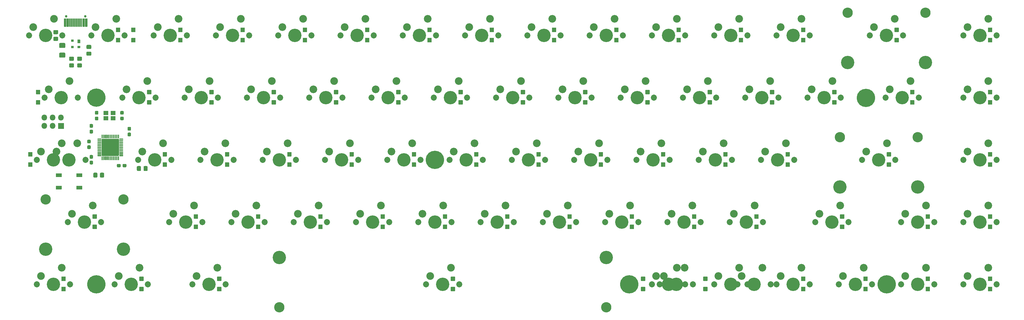
<source format=gbs>
G04 #@! TF.GenerationSoftware,KiCad,Pcbnew,(5.1.9-1-g591a07d2d9)-1*
G04 #@! TF.CreationDate,2021-05-31T00:50:00-06:00*
G04 #@! TF.ProjectId,keyboard-layout,6b657962-6f61-4726-942d-6c61796f7574,rev?*
G04 #@! TF.SameCoordinates,Original*
G04 #@! TF.FileFunction,Soldermask,Bot*
G04 #@! TF.FilePolarity,Negative*
%FSLAX46Y46*%
G04 Gerber Fmt 4.6, Leading zero omitted, Abs format (unit mm)*
G04 Created by KiCad (PCBNEW (5.1.9-1-g591a07d2d9)-1) date 2021-05-31 00:50:00*
%MOMM*%
%LPD*%
G01*
G04 APERTURE LIST*
%ADD10C,1.851600*%
%ADD11C,2.351600*%
%ADD12C,4.089400*%
%ADD13C,3.149600*%
%ADD14C,5.601600*%
%ADD15C,0.751600*%
%ADD16O,1.801600X1.801600*%
G04 APERTURE END LIST*
D10*
X41748750Y-67625000D03*
X31588750Y-67625000D03*
D11*
X32858750Y-65085000D03*
D12*
X36668750Y-67625000D03*
D11*
X39208750Y-62545000D03*
X60640000Y-43495000D03*
D12*
X58100000Y-48575000D03*
D11*
X54290000Y-46035000D03*
D10*
X53020000Y-48575000D03*
X63180000Y-48575000D03*
D11*
X36827500Y-43495000D03*
D12*
X34287500Y-48575000D03*
D11*
X30477500Y-46035000D03*
D10*
X29207500Y-48575000D03*
X39367500Y-48575000D03*
G36*
G01*
X43237100Y-67849200D02*
X43762900Y-67849200D01*
G75*
G02*
X44025800Y-68112100I0J-262900D01*
G01*
X44025800Y-68737900D01*
G75*
G02*
X43762900Y-69000800I-262900J0D01*
G01*
X43237100Y-69000800D01*
G75*
G02*
X42974200Y-68737900I0J262900D01*
G01*
X42974200Y-68112100D01*
G75*
G02*
X43237100Y-67849200I262900J0D01*
G01*
G37*
G36*
G01*
X43237100Y-66099200D02*
X43762900Y-66099200D01*
G75*
G02*
X44025800Y-66362100I0J-262900D01*
G01*
X44025800Y-66987900D01*
G75*
G02*
X43762900Y-67250800I-262900J0D01*
G01*
X43237100Y-67250800D01*
G75*
G02*
X42974200Y-66987900I0J262900D01*
G01*
X42974200Y-66362100D01*
G75*
G02*
X43237100Y-66099200I262900J0D01*
G01*
G37*
G36*
G01*
X55362900Y-58650800D02*
X54837100Y-58650800D01*
G75*
G02*
X54574200Y-58387900I0J262900D01*
G01*
X54574200Y-57762100D01*
G75*
G02*
X54837100Y-57499200I262900J0D01*
G01*
X55362900Y-57499200D01*
G75*
G02*
X55625800Y-57762100I0J-262900D01*
G01*
X55625800Y-58387900D01*
G75*
G02*
X55362900Y-58650800I-262900J0D01*
G01*
G37*
G36*
G01*
X55362900Y-60400800D02*
X54837100Y-60400800D01*
G75*
G02*
X54574200Y-60137900I0J262900D01*
G01*
X54574200Y-59512100D01*
G75*
G02*
X54837100Y-59249200I262900J0D01*
G01*
X55362900Y-59249200D01*
G75*
G02*
X55625800Y-59512100I0J-262900D01*
G01*
X55625800Y-60137900D01*
G75*
G02*
X55362900Y-60400800I-262900J0D01*
G01*
G37*
G36*
G01*
X52475800Y-69087100D02*
X52475800Y-69612900D01*
G75*
G02*
X52212900Y-69875800I-262900J0D01*
G01*
X51587100Y-69875800D01*
G75*
G02*
X51324200Y-69612900I0J262900D01*
G01*
X51324200Y-69087100D01*
G75*
G02*
X51587100Y-68824200I262900J0D01*
G01*
X52212900Y-68824200D01*
G75*
G02*
X52475800Y-69087100I0J-262900D01*
G01*
G37*
G36*
G01*
X54225800Y-69087100D02*
X54225800Y-69612900D01*
G75*
G02*
X53962900Y-69875800I-262900J0D01*
G01*
X53337100Y-69875800D01*
G75*
G02*
X53074200Y-69612900I0J262900D01*
G01*
X53074200Y-69087100D01*
G75*
G02*
X53337100Y-68824200I262900J0D01*
G01*
X53962900Y-68824200D01*
G75*
G02*
X54225800Y-69087100I0J-262900D01*
G01*
G37*
G36*
G01*
X53137900Y-53750800D02*
X52612100Y-53750800D01*
G75*
G02*
X52349200Y-53487900I0J262900D01*
G01*
X52349200Y-52862100D01*
G75*
G02*
X52612100Y-52599200I262900J0D01*
G01*
X53137900Y-52599200D01*
G75*
G02*
X53400800Y-52862100I0J-262900D01*
G01*
X53400800Y-53487900D01*
G75*
G02*
X53137900Y-53750800I-262900J0D01*
G01*
G37*
G36*
G01*
X53137900Y-55500800D02*
X52612100Y-55500800D01*
G75*
G02*
X52349200Y-55237900I0J262900D01*
G01*
X52349200Y-54612100D01*
G75*
G02*
X52612100Y-54349200I262900J0D01*
G01*
X53137900Y-54349200D01*
G75*
G02*
X53400800Y-54612100I0J-262900D01*
G01*
X53400800Y-55237900D01*
G75*
G02*
X53137900Y-55500800I-262900J0D01*
G01*
G37*
G36*
G01*
X42512100Y-63149200D02*
X43037900Y-63149200D01*
G75*
G02*
X43300800Y-63412100I0J-262900D01*
G01*
X43300800Y-64037900D01*
G75*
G02*
X43037900Y-64300800I-262900J0D01*
G01*
X42512100Y-64300800D01*
G75*
G02*
X42249200Y-64037900I0J262900D01*
G01*
X42249200Y-63412100D01*
G75*
G02*
X42512100Y-63149200I262900J0D01*
G01*
G37*
G36*
G01*
X42512100Y-61399200D02*
X43037900Y-61399200D01*
G75*
G02*
X43300800Y-61662100I0J-262900D01*
G01*
X43300800Y-62287900D01*
G75*
G02*
X43037900Y-62550800I-262900J0D01*
G01*
X42512100Y-62550800D01*
G75*
G02*
X42249200Y-62287900I0J262900D01*
G01*
X42249200Y-61662100D01*
G75*
G02*
X42512100Y-61399200I262900J0D01*
G01*
G37*
G36*
G01*
X44862100Y-54349200D02*
X45387900Y-54349200D01*
G75*
G02*
X45650800Y-54612100I0J-262900D01*
G01*
X45650800Y-55237900D01*
G75*
G02*
X45387900Y-55500800I-262900J0D01*
G01*
X44862100Y-55500800D01*
G75*
G02*
X44599200Y-55237900I0J262900D01*
G01*
X44599200Y-54612100D01*
G75*
G02*
X44862100Y-54349200I262900J0D01*
G01*
G37*
G36*
G01*
X44862100Y-52599200D02*
X45387900Y-52599200D01*
G75*
G02*
X45650800Y-52862100I0J-262900D01*
G01*
X45650800Y-53487900D01*
G75*
G02*
X45387900Y-53750800I-262900J0D01*
G01*
X44862100Y-53750800D01*
G75*
G02*
X44599200Y-53487900I0J262900D01*
G01*
X44599200Y-52862100D01*
G75*
G02*
X44862100Y-52599200I262900J0D01*
G01*
G37*
G36*
G01*
X43752900Y-59520800D02*
X43227100Y-59520800D01*
G75*
G02*
X42964200Y-59257900I0J262900D01*
G01*
X42964200Y-58632100D01*
G75*
G02*
X43227100Y-58369200I262900J0D01*
G01*
X43752900Y-58369200D01*
G75*
G02*
X44015800Y-58632100I0J-262900D01*
G01*
X44015800Y-59257900D01*
G75*
G02*
X43752900Y-59520800I-262900J0D01*
G01*
G37*
G36*
G01*
X43752900Y-57770800D02*
X43227100Y-57770800D01*
G75*
G02*
X42964200Y-57507900I0J262900D01*
G01*
X42964200Y-56882100D01*
G75*
G02*
X43227100Y-56619200I262900J0D01*
G01*
X43752900Y-56619200D01*
G75*
G02*
X44015800Y-56882100I0J-262900D01*
G01*
X44015800Y-57507900D01*
G75*
G02*
X43752900Y-57770800I-262900J0D01*
G01*
G37*
D11*
X65402500Y-62545000D03*
D12*
X62862500Y-67625000D03*
D11*
X59052500Y-65085000D03*
D10*
X57782500Y-67625000D03*
X67942500Y-67625000D03*
G36*
G01*
X58675800Y-69771285D02*
X58675800Y-70728715D01*
G75*
G02*
X58403715Y-71000800I-272085J0D01*
G01*
X57696285Y-71000800D01*
G75*
G02*
X57424200Y-70728715I0J272085D01*
G01*
X57424200Y-69771285D01*
G75*
G02*
X57696285Y-69499200I272085J0D01*
G01*
X58403715Y-69499200D01*
G75*
G02*
X58675800Y-69771285I0J-272085D01*
G01*
G37*
G36*
G01*
X60725800Y-69771285D02*
X60725800Y-70728715D01*
G75*
G02*
X60453715Y-71000800I-272085J0D01*
G01*
X59746285Y-71000800D01*
G75*
G02*
X59474200Y-70728715I0J272085D01*
G01*
X59474200Y-69771285D01*
G75*
G02*
X59746285Y-69499200I272085J0D01*
G01*
X60453715Y-69499200D01*
G75*
G02*
X60725800Y-69771285I0J-272085D01*
G01*
G37*
G36*
G01*
X142763600Y-69694550D02*
X141563600Y-69694550D01*
G75*
G02*
X141512800Y-69643750I0J50800D01*
G01*
X141512800Y-68443750D01*
G75*
G02*
X141563600Y-68392950I50800J0D01*
G01*
X142763600Y-68392950D01*
G75*
G02*
X142814400Y-68443750I0J-50800D01*
G01*
X142814400Y-69643750D01*
G75*
G02*
X142763600Y-69694550I-50800J0D01*
G01*
G37*
G36*
G01*
X142763600Y-66544550D02*
X141563600Y-66544550D01*
G75*
G02*
X141512800Y-66493750I0J50800D01*
G01*
X141512800Y-65293750D01*
G75*
G02*
X141563600Y-65242950I50800J0D01*
G01*
X142763600Y-65242950D01*
G75*
G02*
X142814400Y-65293750I0J-50800D01*
G01*
X142814400Y-66493750D01*
G75*
G02*
X142763600Y-66544550I-50800J0D01*
G01*
G37*
D11*
X170177500Y-81595000D03*
D12*
X167637500Y-86675000D03*
D11*
X163827500Y-84135000D03*
D10*
X162557500Y-86675000D03*
X172717500Y-86675000D03*
G36*
G01*
X228489750Y-88744550D02*
X227289750Y-88744550D01*
G75*
G02*
X227238950Y-88693750I0J50800D01*
G01*
X227238950Y-87493750D01*
G75*
G02*
X227289750Y-87442950I50800J0D01*
G01*
X228489750Y-87442950D01*
G75*
G02*
X228540550Y-87493750I0J-50800D01*
G01*
X228540550Y-88693750D01*
G75*
G02*
X228489750Y-88744550I-50800J0D01*
G01*
G37*
G36*
G01*
X228489750Y-85594550D02*
X227289750Y-85594550D01*
G75*
G02*
X227238950Y-85543750I0J50800D01*
G01*
X227238950Y-84343750D01*
G75*
G02*
X227289750Y-84292950I50800J0D01*
G01*
X228489750Y-84292950D01*
G75*
G02*
X228540550Y-84343750I0J-50800D01*
G01*
X228540550Y-85543750D01*
G75*
G02*
X228489750Y-85594550I-50800J0D01*
G01*
G37*
G36*
G01*
X273733500Y-88744550D02*
X272533500Y-88744550D01*
G75*
G02*
X272482700Y-88693750I0J50800D01*
G01*
X272482700Y-87493750D01*
G75*
G02*
X272533500Y-87442950I50800J0D01*
G01*
X273733500Y-87442950D01*
G75*
G02*
X273784300Y-87493750I0J-50800D01*
G01*
X273784300Y-88693750D01*
G75*
G02*
X273733500Y-88744550I-50800J0D01*
G01*
G37*
G36*
G01*
X273733500Y-85594550D02*
X272533500Y-85594550D01*
G75*
G02*
X272482700Y-85543750I0J50800D01*
G01*
X272482700Y-84343750D01*
G75*
G02*
X272533500Y-84292950I50800J0D01*
G01*
X273733500Y-84292950D01*
G75*
G02*
X273784300Y-84343750I0J-50800D01*
G01*
X273784300Y-85543750D01*
G75*
G02*
X273733500Y-85594550I-50800J0D01*
G01*
G37*
G36*
G01*
X247539750Y-88744550D02*
X246339750Y-88744550D01*
G75*
G02*
X246288950Y-88693750I0J50800D01*
G01*
X246288950Y-87493750D01*
G75*
G02*
X246339750Y-87442950I50800J0D01*
G01*
X247539750Y-87442950D01*
G75*
G02*
X247590550Y-87493750I0J-50800D01*
G01*
X247590550Y-88693750D01*
G75*
G02*
X247539750Y-88744550I-50800J0D01*
G01*
G37*
G36*
G01*
X247539750Y-85594550D02*
X246339750Y-85594550D01*
G75*
G02*
X246288950Y-85543750I0J50800D01*
G01*
X246288950Y-84343750D01*
G75*
G02*
X246339750Y-84292950I50800J0D01*
G01*
X247539750Y-84292950D01*
G75*
G02*
X247590550Y-84343750I0J-50800D01*
G01*
X247590550Y-85543750D01*
G75*
G02*
X247539750Y-85594550I-50800J0D01*
G01*
G37*
G36*
G01*
X299927250Y-88744550D02*
X298727250Y-88744550D01*
G75*
G02*
X298676450Y-88693750I0J50800D01*
G01*
X298676450Y-87493750D01*
G75*
G02*
X298727250Y-87442950I50800J0D01*
G01*
X299927250Y-87442950D01*
G75*
G02*
X299978050Y-87493750I0J-50800D01*
G01*
X299978050Y-88693750D01*
G75*
G02*
X299927250Y-88744550I-50800J0D01*
G01*
G37*
G36*
G01*
X299927250Y-85594550D02*
X298727250Y-85594550D01*
G75*
G02*
X298676450Y-85543750I0J50800D01*
G01*
X298676450Y-84343750D01*
G75*
G02*
X298727250Y-84292950I50800J0D01*
G01*
X299927250Y-84292950D01*
G75*
G02*
X299978050Y-84343750I0J-50800D01*
G01*
X299978050Y-85543750D01*
G75*
G02*
X299927250Y-85594550I-50800J0D01*
G01*
G37*
G36*
G01*
X199914750Y-69694550D02*
X198714750Y-69694550D01*
G75*
G02*
X198663950Y-69643750I0J50800D01*
G01*
X198663950Y-68443750D01*
G75*
G02*
X198714750Y-68392950I50800J0D01*
G01*
X199914750Y-68392950D01*
G75*
G02*
X199965550Y-68443750I0J-50800D01*
G01*
X199965550Y-69643750D01*
G75*
G02*
X199914750Y-69694550I-50800J0D01*
G01*
G37*
G36*
G01*
X199914750Y-66544550D02*
X198714750Y-66544550D01*
G75*
G02*
X198663950Y-66493750I0J50800D01*
G01*
X198663950Y-65293750D01*
G75*
G02*
X198714750Y-65242950I50800J0D01*
G01*
X199914750Y-65242950D01*
G75*
G02*
X199965550Y-65293750I0J-50800D01*
G01*
X199965550Y-66493750D01*
G75*
G02*
X199914750Y-66544550I-50800J0D01*
G01*
G37*
G36*
G01*
X257064750Y-69694550D02*
X255864750Y-69694550D01*
G75*
G02*
X255813950Y-69643750I0J50800D01*
G01*
X255813950Y-68443750D01*
G75*
G02*
X255864750Y-68392950I50800J0D01*
G01*
X257064750Y-68392950D01*
G75*
G02*
X257115550Y-68443750I0J-50800D01*
G01*
X257115550Y-69643750D01*
G75*
G02*
X257064750Y-69694550I-50800J0D01*
G01*
G37*
G36*
G01*
X257064750Y-66544550D02*
X255864750Y-66544550D01*
G75*
G02*
X255813950Y-66493750I0J50800D01*
G01*
X255813950Y-65293750D01*
G75*
G02*
X255864750Y-65242950I50800J0D01*
G01*
X257064750Y-65242950D01*
G75*
G02*
X257115550Y-65293750I0J-50800D01*
G01*
X257115550Y-66493750D01*
G75*
G02*
X257064750Y-66544550I-50800J0D01*
G01*
G37*
G36*
G01*
X180864750Y-69694550D02*
X179664750Y-69694550D01*
G75*
G02*
X179613950Y-69643750I0J50800D01*
G01*
X179613950Y-68443750D01*
G75*
G02*
X179664750Y-68392950I50800J0D01*
G01*
X180864750Y-68392950D01*
G75*
G02*
X180915550Y-68443750I0J-50800D01*
G01*
X180915550Y-69643750D01*
G75*
G02*
X180864750Y-69694550I-50800J0D01*
G01*
G37*
G36*
G01*
X180864750Y-66544550D02*
X179664750Y-66544550D01*
G75*
G02*
X179613950Y-66493750I0J50800D01*
G01*
X179613950Y-65293750D01*
G75*
G02*
X179664750Y-65242950I50800J0D01*
G01*
X180864750Y-65242950D01*
G75*
G02*
X180915550Y-65293750I0J-50800D01*
G01*
X180915550Y-66493750D01*
G75*
G02*
X180864750Y-66544550I-50800J0D01*
G01*
G37*
G36*
G01*
X161814750Y-69694550D02*
X160614750Y-69694550D01*
G75*
G02*
X160563950Y-69643750I0J50800D01*
G01*
X160563950Y-68443750D01*
G75*
G02*
X160614750Y-68392950I50800J0D01*
G01*
X161814750Y-68392950D01*
G75*
G02*
X161865550Y-68443750I0J-50800D01*
G01*
X161865550Y-69643750D01*
G75*
G02*
X161814750Y-69694550I-50800J0D01*
G01*
G37*
G36*
G01*
X161814750Y-66544550D02*
X160614750Y-66544550D01*
G75*
G02*
X160563950Y-66493750I0J50800D01*
G01*
X160563950Y-65293750D01*
G75*
G02*
X160614750Y-65242950I50800J0D01*
G01*
X161814750Y-65242950D01*
G75*
G02*
X161865550Y-65293750I0J-50800D01*
G01*
X161865550Y-66493750D01*
G75*
G02*
X161814750Y-66544550I-50800J0D01*
G01*
G37*
G36*
G01*
X218964750Y-69694550D02*
X217764750Y-69694550D01*
G75*
G02*
X217713950Y-69643750I0J50800D01*
G01*
X217713950Y-68443750D01*
G75*
G02*
X217764750Y-68392950I50800J0D01*
G01*
X218964750Y-68392950D01*
G75*
G02*
X219015550Y-68443750I0J-50800D01*
G01*
X219015550Y-69643750D01*
G75*
G02*
X218964750Y-69694550I-50800J0D01*
G01*
G37*
G36*
G01*
X218964750Y-66544550D02*
X217764750Y-66544550D01*
G75*
G02*
X217713950Y-66493750I0J50800D01*
G01*
X217713950Y-65293750D01*
G75*
G02*
X217764750Y-65242950I50800J0D01*
G01*
X218964750Y-65242950D01*
G75*
G02*
X219015550Y-65293750I0J-50800D01*
G01*
X219015550Y-66493750D01*
G75*
G02*
X218964750Y-66544550I-50800J0D01*
G01*
G37*
G36*
G01*
X288021000Y-69694550D02*
X286821000Y-69694550D01*
G75*
G02*
X286770200Y-69643750I0J50800D01*
G01*
X286770200Y-68443750D01*
G75*
G02*
X286821000Y-68392950I50800J0D01*
G01*
X288021000Y-68392950D01*
G75*
G02*
X288071800Y-68443750I0J-50800D01*
G01*
X288071800Y-69643750D01*
G75*
G02*
X288021000Y-69694550I-50800J0D01*
G01*
G37*
G36*
G01*
X288021000Y-66544550D02*
X286821000Y-66544550D01*
G75*
G02*
X286770200Y-66493750I0J50800D01*
G01*
X286770200Y-65293750D01*
G75*
G02*
X286821000Y-65242950I50800J0D01*
G01*
X288021000Y-65242950D01*
G75*
G02*
X288071800Y-65293750I0J-50800D01*
G01*
X288071800Y-66493750D01*
G75*
G02*
X288021000Y-66544550I-50800J0D01*
G01*
G37*
G36*
G01*
X238014750Y-69694550D02*
X236814750Y-69694550D01*
G75*
G02*
X236763950Y-69643750I0J50800D01*
G01*
X236763950Y-68443750D01*
G75*
G02*
X236814750Y-68392950I50800J0D01*
G01*
X238014750Y-68392950D01*
G75*
G02*
X238065550Y-68443750I0J-50800D01*
G01*
X238065550Y-69643750D01*
G75*
G02*
X238014750Y-69694550I-50800J0D01*
G01*
G37*
G36*
G01*
X238014750Y-66544550D02*
X236814750Y-66544550D01*
G75*
G02*
X236763950Y-66493750I0J50800D01*
G01*
X236763950Y-65293750D01*
G75*
G02*
X236814750Y-65242950I50800J0D01*
G01*
X238014750Y-65242950D01*
G75*
G02*
X238065550Y-65293750I0J-50800D01*
G01*
X238065550Y-66493750D01*
G75*
G02*
X238014750Y-66544550I-50800J0D01*
G01*
G37*
D11*
X213040000Y-43495000D03*
D12*
X210500000Y-48575000D03*
D11*
X206690000Y-46035000D03*
D10*
X205420000Y-48575000D03*
X215580000Y-48575000D03*
G36*
G01*
X38929200Y-72780000D02*
X38929200Y-71780000D01*
G75*
G02*
X38980000Y-71729200I50800J0D01*
G01*
X40680000Y-71729200D01*
G75*
G02*
X40730800Y-71780000I0J-50800D01*
G01*
X40730800Y-72780000D01*
G75*
G02*
X40680000Y-72830800I-50800J0D01*
G01*
X38980000Y-72830800D01*
G75*
G02*
X38929200Y-72780000I0J50800D01*
G01*
G37*
G36*
G01*
X32629200Y-72780000D02*
X32629200Y-71780000D01*
G75*
G02*
X32680000Y-71729200I50800J0D01*
G01*
X34380000Y-71729200D01*
G75*
G02*
X34430800Y-71780000I0J-50800D01*
G01*
X34430800Y-72780000D01*
G75*
G02*
X34380000Y-72830800I-50800J0D01*
G01*
X32680000Y-72830800D01*
G75*
G02*
X32629200Y-72780000I0J50800D01*
G01*
G37*
G36*
G01*
X38929200Y-76580000D02*
X38929200Y-75580000D01*
G75*
G02*
X38980000Y-75529200I50800J0D01*
G01*
X40680000Y-75529200D01*
G75*
G02*
X40730800Y-75580000I0J-50800D01*
G01*
X40730800Y-76580000D01*
G75*
G02*
X40680000Y-76630800I-50800J0D01*
G01*
X38980000Y-76630800D01*
G75*
G02*
X38929200Y-76580000I0J50800D01*
G01*
G37*
G36*
G01*
X32629200Y-76580000D02*
X32629200Y-75580000D01*
G75*
G02*
X32680000Y-75529200I50800J0D01*
G01*
X34380000Y-75529200D01*
G75*
G02*
X34430800Y-75580000I0J-50800D01*
G01*
X34430800Y-76580000D01*
G75*
G02*
X34380000Y-76630800I-50800J0D01*
G01*
X32680000Y-76630800D01*
G75*
G02*
X32629200Y-76580000I0J50800D01*
G01*
G37*
G36*
G01*
X47201700Y-53845000D02*
X47201700Y-52645000D01*
G75*
G02*
X47252500Y-52594200I50800J0D01*
G01*
X48652500Y-52594200D01*
G75*
G02*
X48703300Y-52645000I0J-50800D01*
G01*
X48703300Y-53845000D01*
G75*
G02*
X48652500Y-53895800I-50800J0D01*
G01*
X47252500Y-53895800D01*
G75*
G02*
X47201700Y-53845000I0J50800D01*
G01*
G37*
G36*
G01*
X49401700Y-53845000D02*
X49401700Y-52645000D01*
G75*
G02*
X49452500Y-52594200I50800J0D01*
G01*
X50852500Y-52594200D01*
G75*
G02*
X50903300Y-52645000I0J-50800D01*
G01*
X50903300Y-53845000D01*
G75*
G02*
X50852500Y-53895800I-50800J0D01*
G01*
X49452500Y-53895800D01*
G75*
G02*
X49401700Y-53845000I0J50800D01*
G01*
G37*
G36*
G01*
X47201700Y-55445000D02*
X47201700Y-54245000D01*
G75*
G02*
X47252500Y-54194200I50800J0D01*
G01*
X48652500Y-54194200D01*
G75*
G02*
X48703300Y-54245000I0J-50800D01*
G01*
X48703300Y-55445000D01*
G75*
G02*
X48652500Y-55495800I-50800J0D01*
G01*
X47252500Y-55495800D01*
G75*
G02*
X47201700Y-55445000I0J50800D01*
G01*
G37*
G36*
G01*
X49401700Y-55445000D02*
X49401700Y-54245000D01*
G75*
G02*
X49452500Y-54194200I50800J0D01*
G01*
X50852500Y-54194200D01*
G75*
G02*
X50903300Y-54245000I0J-50800D01*
G01*
X50903300Y-55445000D01*
G75*
G02*
X50852500Y-55495800I-50800J0D01*
G01*
X49452500Y-55495800D01*
G75*
G02*
X49401700Y-55445000I0J50800D01*
G01*
G37*
X251299146Y-105725001D03*
X241139146Y-105725001D03*
D11*
X242409146Y-103185001D03*
D12*
X246219146Y-105725001D03*
D11*
X248759146Y-100645001D03*
G36*
G01*
X83233500Y-107794550D02*
X82033500Y-107794550D01*
G75*
G02*
X81982700Y-107743750I0J50800D01*
G01*
X81982700Y-106543750D01*
G75*
G02*
X82033500Y-106492950I50800J0D01*
G01*
X83233500Y-106492950D01*
G75*
G02*
X83284300Y-106543750I0J-50800D01*
G01*
X83284300Y-107743750D01*
G75*
G02*
X83233500Y-107794550I-50800J0D01*
G01*
G37*
G36*
G01*
X83233500Y-104644550D02*
X82033500Y-104644550D01*
G75*
G02*
X81982700Y-104593750I0J50800D01*
G01*
X81982700Y-103393750D01*
G75*
G02*
X82033500Y-103342950I50800J0D01*
G01*
X83233500Y-103342950D01*
G75*
G02*
X83284300Y-103393750I0J-50800D01*
G01*
X83284300Y-104593750D01*
G75*
G02*
X83233500Y-104644550I-50800J0D01*
G01*
G37*
G36*
G01*
X76089750Y-88744550D02*
X74889750Y-88744550D01*
G75*
G02*
X74838950Y-88693750I0J50800D01*
G01*
X74838950Y-87493750D01*
G75*
G02*
X74889750Y-87442950I50800J0D01*
G01*
X76089750Y-87442950D01*
G75*
G02*
X76140550Y-87493750I0J-50800D01*
G01*
X76140550Y-88693750D01*
G75*
G02*
X76089750Y-88744550I-50800J0D01*
G01*
G37*
G36*
G01*
X76089750Y-85594550D02*
X74889750Y-85594550D01*
G75*
G02*
X74838950Y-85543750I0J50800D01*
G01*
X74838950Y-84343750D01*
G75*
G02*
X74889750Y-84292950I50800J0D01*
G01*
X76089750Y-84292950D01*
G75*
G02*
X76140550Y-84343750I0J-50800D01*
G01*
X76140550Y-85543750D01*
G75*
G02*
X76089750Y-85594550I-50800J0D01*
G01*
G37*
G36*
G01*
X157052250Y-50644550D02*
X155852250Y-50644550D01*
G75*
G02*
X155801450Y-50593750I0J50800D01*
G01*
X155801450Y-49393750D01*
G75*
G02*
X155852250Y-49342950I50800J0D01*
G01*
X157052250Y-49342950D01*
G75*
G02*
X157103050Y-49393750I0J-50800D01*
G01*
X157103050Y-50593750D01*
G75*
G02*
X157052250Y-50644550I-50800J0D01*
G01*
G37*
G36*
G01*
X157052250Y-47494550D02*
X155852250Y-47494550D01*
G75*
G02*
X155801450Y-47443750I0J50800D01*
G01*
X155801450Y-46243750D01*
G75*
G02*
X155852250Y-46192950I50800J0D01*
G01*
X157052250Y-46192950D01*
G75*
G02*
X157103050Y-46243750I0J-50800D01*
G01*
X157103050Y-47443750D01*
G75*
G02*
X157052250Y-47494550I-50800J0D01*
G01*
G37*
G36*
G01*
X95139750Y-88744550D02*
X93939750Y-88744550D01*
G75*
G02*
X93888950Y-88693750I0J50800D01*
G01*
X93888950Y-87493750D01*
G75*
G02*
X93939750Y-87442950I50800J0D01*
G01*
X95139750Y-87442950D01*
G75*
G02*
X95190550Y-87493750I0J-50800D01*
G01*
X95190550Y-88693750D01*
G75*
G02*
X95139750Y-88744550I-50800J0D01*
G01*
G37*
G36*
G01*
X95139750Y-85594550D02*
X93939750Y-85594550D01*
G75*
G02*
X93888950Y-85543750I0J50800D01*
G01*
X93888950Y-84343750D01*
G75*
G02*
X93939750Y-84292950I50800J0D01*
G01*
X95139750Y-84292950D01*
G75*
G02*
X95190550Y-84343750I0J-50800D01*
G01*
X95190550Y-85543750D01*
G75*
G02*
X95139750Y-85594550I-50800J0D01*
G01*
G37*
G36*
G01*
X59421000Y-107794550D02*
X58221000Y-107794550D01*
G75*
G02*
X58170200Y-107743750I0J50800D01*
G01*
X58170200Y-106543750D01*
G75*
G02*
X58221000Y-106492950I50800J0D01*
G01*
X59421000Y-106492950D01*
G75*
G02*
X59471800Y-106543750I0J-50800D01*
G01*
X59471800Y-107743750D01*
G75*
G02*
X59421000Y-107794550I-50800J0D01*
G01*
G37*
G36*
G01*
X59421000Y-104644550D02*
X58221000Y-104644550D01*
G75*
G02*
X58170200Y-104593750I0J50800D01*
G01*
X58170200Y-103393750D01*
G75*
G02*
X58221000Y-103342950I50800J0D01*
G01*
X59421000Y-103342950D01*
G75*
G02*
X59471800Y-103393750I0J-50800D01*
G01*
X59471800Y-104593750D01*
G75*
G02*
X59421000Y-104644550I-50800J0D01*
G01*
G37*
G36*
G01*
X80852250Y-50644550D02*
X79652250Y-50644550D01*
G75*
G02*
X79601450Y-50593750I0J50800D01*
G01*
X79601450Y-49393750D01*
G75*
G02*
X79652250Y-49342950I50800J0D01*
G01*
X80852250Y-49342950D01*
G75*
G02*
X80903050Y-49393750I0J-50800D01*
G01*
X80903050Y-50593750D01*
G75*
G02*
X80852250Y-50644550I-50800J0D01*
G01*
G37*
G36*
G01*
X80852250Y-47494550D02*
X79652250Y-47494550D01*
G75*
G02*
X79601450Y-47443750I0J50800D01*
G01*
X79601450Y-46243750D01*
G75*
G02*
X79652250Y-46192950I50800J0D01*
G01*
X80852250Y-46192950D01*
G75*
G02*
X80903050Y-46243750I0J-50800D01*
G01*
X80903050Y-47443750D01*
G75*
G02*
X80852250Y-47494550I-50800J0D01*
G01*
G37*
G36*
G01*
X133239750Y-88744550D02*
X132039750Y-88744550D01*
G75*
G02*
X131988950Y-88693750I0J50800D01*
G01*
X131988950Y-87493750D01*
G75*
G02*
X132039750Y-87442950I50800J0D01*
G01*
X133239750Y-87442950D01*
G75*
G02*
X133290550Y-87493750I0J-50800D01*
G01*
X133290550Y-88693750D01*
G75*
G02*
X133239750Y-88744550I-50800J0D01*
G01*
G37*
G36*
G01*
X133239750Y-85594550D02*
X132039750Y-85594550D01*
G75*
G02*
X131988950Y-85543750I0J50800D01*
G01*
X131988950Y-84343750D01*
G75*
G02*
X132039750Y-84292950I50800J0D01*
G01*
X133239750Y-84292950D01*
G75*
G02*
X133290550Y-84343750I0J-50800D01*
G01*
X133290550Y-85543750D01*
G75*
G02*
X133239750Y-85594550I-50800J0D01*
G01*
G37*
G36*
G01*
X176102250Y-50644550D02*
X174902250Y-50644550D01*
G75*
G02*
X174851450Y-50593750I0J50800D01*
G01*
X174851450Y-49393750D01*
G75*
G02*
X174902250Y-49342950I50800J0D01*
G01*
X176102250Y-49342950D01*
G75*
G02*
X176153050Y-49393750I0J-50800D01*
G01*
X176153050Y-50593750D01*
G75*
G02*
X176102250Y-50644550I-50800J0D01*
G01*
G37*
G36*
G01*
X176102250Y-47494550D02*
X174902250Y-47494550D01*
G75*
G02*
X174851450Y-47443750I0J50800D01*
G01*
X174851450Y-46243750D01*
G75*
G02*
X174902250Y-46192950I50800J0D01*
G01*
X176102250Y-46192950D01*
G75*
G02*
X176153050Y-46243750I0J-50800D01*
G01*
X176153050Y-47443750D01*
G75*
G02*
X176102250Y-47494550I-50800J0D01*
G01*
G37*
G36*
G01*
X27830000Y-50644550D02*
X26630000Y-50644550D01*
G75*
G02*
X26579200Y-50593750I0J50800D01*
G01*
X26579200Y-49393750D01*
G75*
G02*
X26630000Y-49342950I50800J0D01*
G01*
X27830000Y-49342950D01*
G75*
G02*
X27880800Y-49393750I0J-50800D01*
G01*
X27880800Y-50593750D01*
G75*
G02*
X27830000Y-50644550I-50800J0D01*
G01*
G37*
G36*
G01*
X27830000Y-47494550D02*
X26630000Y-47494550D01*
G75*
G02*
X26579200Y-47443750I0J50800D01*
G01*
X26579200Y-46243750D01*
G75*
G02*
X26630000Y-46192950I50800J0D01*
G01*
X27830000Y-46192950D01*
G75*
G02*
X27880800Y-46243750I0J-50800D01*
G01*
X27880800Y-47443750D01*
G75*
G02*
X27830000Y-47494550I-50800J0D01*
G01*
G37*
G36*
G01*
X138002250Y-50644550D02*
X136802250Y-50644550D01*
G75*
G02*
X136751450Y-50593750I0J50800D01*
G01*
X136751450Y-49393750D01*
G75*
G02*
X136802250Y-49342950I50800J0D01*
G01*
X138002250Y-49342950D01*
G75*
G02*
X138053050Y-49393750I0J-50800D01*
G01*
X138053050Y-50593750D01*
G75*
G02*
X138002250Y-50644550I-50800J0D01*
G01*
G37*
G36*
G01*
X138002250Y-47494550D02*
X136802250Y-47494550D01*
G75*
G02*
X136751450Y-47443750I0J50800D01*
G01*
X136751450Y-46243750D01*
G75*
G02*
X136802250Y-46192950I50800J0D01*
G01*
X138002250Y-46192950D01*
G75*
G02*
X138053050Y-46243750I0J-50800D01*
G01*
X138053050Y-47443750D01*
G75*
G02*
X138002250Y-47494550I-50800J0D01*
G01*
G37*
G36*
G01*
X45133500Y-88744550D02*
X43933500Y-88744550D01*
G75*
G02*
X43882700Y-88693750I0J50800D01*
G01*
X43882700Y-87493750D01*
G75*
G02*
X43933500Y-87442950I50800J0D01*
G01*
X45133500Y-87442950D01*
G75*
G02*
X45184300Y-87493750I0J-50800D01*
G01*
X45184300Y-88693750D01*
G75*
G02*
X45133500Y-88744550I-50800J0D01*
G01*
G37*
G36*
G01*
X45133500Y-85594550D02*
X43933500Y-85594550D01*
G75*
G02*
X43882700Y-85543750I0J50800D01*
G01*
X43882700Y-84343750D01*
G75*
G02*
X43933500Y-84292950I50800J0D01*
G01*
X45133500Y-84292950D01*
G75*
G02*
X45184300Y-84343750I0J-50800D01*
G01*
X45184300Y-85543750D01*
G75*
G02*
X45133500Y-85594550I-50800J0D01*
G01*
G37*
G36*
G01*
X85614750Y-69694550D02*
X84414750Y-69694550D01*
G75*
G02*
X84363950Y-69643750I0J50800D01*
G01*
X84363950Y-68443750D01*
G75*
G02*
X84414750Y-68392950I50800J0D01*
G01*
X85614750Y-68392950D01*
G75*
G02*
X85665550Y-68443750I0J-50800D01*
G01*
X85665550Y-69643750D01*
G75*
G02*
X85614750Y-69694550I-50800J0D01*
G01*
G37*
G36*
G01*
X85614750Y-66544550D02*
X84414750Y-66544550D01*
G75*
G02*
X84363950Y-66493750I0J50800D01*
G01*
X84363950Y-65293750D01*
G75*
G02*
X84414750Y-65242950I50800J0D01*
G01*
X85614750Y-65242950D01*
G75*
G02*
X85665550Y-65293750I0J-50800D01*
G01*
X85665550Y-66493750D01*
G75*
G02*
X85614750Y-66544550I-50800J0D01*
G01*
G37*
G36*
G01*
X318976100Y-107794550D02*
X317776100Y-107794550D01*
G75*
G02*
X317725300Y-107743750I0J50800D01*
G01*
X317725300Y-106543750D01*
G75*
G02*
X317776100Y-106492950I50800J0D01*
G01*
X318976100Y-106492950D01*
G75*
G02*
X319026900Y-106543750I0J-50800D01*
G01*
X319026900Y-107743750D01*
G75*
G02*
X318976100Y-107794550I-50800J0D01*
G01*
G37*
G36*
G01*
X318976100Y-104644550D02*
X317776100Y-104644550D01*
G75*
G02*
X317725300Y-104593750I0J50800D01*
G01*
X317725300Y-103393750D01*
G75*
G02*
X317776100Y-103342950I50800J0D01*
G01*
X318976100Y-103342950D01*
G75*
G02*
X319026900Y-103393750I0J-50800D01*
G01*
X319026900Y-104593750D01*
G75*
G02*
X318976100Y-104644550I-50800J0D01*
G01*
G37*
G36*
G01*
X118952250Y-50644550D02*
X117752250Y-50644550D01*
G75*
G02*
X117701450Y-50593750I0J50800D01*
G01*
X117701450Y-49393750D01*
G75*
G02*
X117752250Y-49342950I50800J0D01*
G01*
X118952250Y-49342950D01*
G75*
G02*
X119003050Y-49393750I0J-50800D01*
G01*
X119003050Y-50593750D01*
G75*
G02*
X118952250Y-50644550I-50800J0D01*
G01*
G37*
G36*
G01*
X118952250Y-47494550D02*
X117752250Y-47494550D01*
G75*
G02*
X117701450Y-47443750I0J50800D01*
G01*
X117701450Y-46243750D01*
G75*
G02*
X117752250Y-46192950I50800J0D01*
G01*
X118952250Y-46192950D01*
G75*
G02*
X119003050Y-46243750I0J-50800D01*
G01*
X119003050Y-47443750D01*
G75*
G02*
X118952250Y-47494550I-50800J0D01*
G01*
G37*
G36*
G01*
X61802250Y-50644550D02*
X60602250Y-50644550D01*
G75*
G02*
X60551450Y-50593750I0J50800D01*
G01*
X60551450Y-49393750D01*
G75*
G02*
X60602250Y-49342950I50800J0D01*
G01*
X61802250Y-49342950D01*
G75*
G02*
X61853050Y-49393750I0J-50800D01*
G01*
X61853050Y-50593750D01*
G75*
G02*
X61802250Y-50644550I-50800J0D01*
G01*
G37*
G36*
G01*
X61802250Y-47494550D02*
X60602250Y-47494550D01*
G75*
G02*
X60551450Y-47443750I0J50800D01*
G01*
X60551450Y-46243750D01*
G75*
G02*
X60602250Y-46192950I50800J0D01*
G01*
X61802250Y-46192950D01*
G75*
G02*
X61853050Y-46243750I0J-50800D01*
G01*
X61853050Y-47443750D01*
G75*
G02*
X61802250Y-47494550I-50800J0D01*
G01*
G37*
G36*
G01*
X318976100Y-69694550D02*
X317776100Y-69694550D01*
G75*
G02*
X317725300Y-69643750I0J50800D01*
G01*
X317725300Y-68443750D01*
G75*
G02*
X317776100Y-68392950I50800J0D01*
G01*
X318976100Y-68392950D01*
G75*
G02*
X319026900Y-68443750I0J-50800D01*
G01*
X319026900Y-69643750D01*
G75*
G02*
X318976100Y-69694550I-50800J0D01*
G01*
G37*
G36*
G01*
X318976100Y-66544550D02*
X317776100Y-66544550D01*
G75*
G02*
X317725300Y-66493750I0J50800D01*
G01*
X317725300Y-65293750D01*
G75*
G02*
X317776100Y-65242950I50800J0D01*
G01*
X318976100Y-65242950D01*
G75*
G02*
X319026900Y-65293750I0J-50800D01*
G01*
X319026900Y-66493750D01*
G75*
G02*
X318976100Y-66544550I-50800J0D01*
G01*
G37*
G36*
G01*
X318976100Y-88744550D02*
X317776100Y-88744550D01*
G75*
G02*
X317725300Y-88693750I0J50800D01*
G01*
X317725300Y-87493750D01*
G75*
G02*
X317776100Y-87442950I50800J0D01*
G01*
X318976100Y-87442950D01*
G75*
G02*
X319026900Y-87493750I0J-50800D01*
G01*
X319026900Y-88693750D01*
G75*
G02*
X318976100Y-88744550I-50800J0D01*
G01*
G37*
G36*
G01*
X318976100Y-85594550D02*
X317776100Y-85594550D01*
G75*
G02*
X317725300Y-85543750I0J50800D01*
G01*
X317725300Y-84343750D01*
G75*
G02*
X317776100Y-84292950I50800J0D01*
G01*
X318976100Y-84292950D01*
G75*
G02*
X319026900Y-84343750I0J-50800D01*
G01*
X319026900Y-85543750D01*
G75*
G02*
X318976100Y-85594550I-50800J0D01*
G01*
G37*
G36*
G01*
X233252250Y-50644550D02*
X232052250Y-50644550D01*
G75*
G02*
X232001450Y-50593750I0J50800D01*
G01*
X232001450Y-49393750D01*
G75*
G02*
X232052250Y-49342950I50800J0D01*
G01*
X233252250Y-49342950D01*
G75*
G02*
X233303050Y-49393750I0J-50800D01*
G01*
X233303050Y-50593750D01*
G75*
G02*
X233252250Y-50644550I-50800J0D01*
G01*
G37*
G36*
G01*
X233252250Y-47494550D02*
X232052250Y-47494550D01*
G75*
G02*
X232001450Y-47443750I0J50800D01*
G01*
X232001450Y-46243750D01*
G75*
G02*
X232052250Y-46192950I50800J0D01*
G01*
X233252250Y-46192950D01*
G75*
G02*
X233303050Y-46243750I0J-50800D01*
G01*
X233303050Y-47443750D01*
G75*
G02*
X233252250Y-47494550I-50800J0D01*
G01*
G37*
G36*
G01*
X214202250Y-50644550D02*
X213002250Y-50644550D01*
G75*
G02*
X212951450Y-50593750I0J50800D01*
G01*
X212951450Y-49393750D01*
G75*
G02*
X213002250Y-49342950I50800J0D01*
G01*
X214202250Y-49342950D01*
G75*
G02*
X214253050Y-49393750I0J-50800D01*
G01*
X214253050Y-50593750D01*
G75*
G02*
X214202250Y-50644550I-50800J0D01*
G01*
G37*
G36*
G01*
X214202250Y-47494550D02*
X213002250Y-47494550D01*
G75*
G02*
X212951450Y-47443750I0J50800D01*
G01*
X212951450Y-46243750D01*
G75*
G02*
X213002250Y-46192950I50800J0D01*
G01*
X214202250Y-46192950D01*
G75*
G02*
X214253050Y-46243750I0J-50800D01*
G01*
X214253050Y-47443750D01*
G75*
G02*
X214202250Y-47494550I-50800J0D01*
G01*
G37*
G36*
G01*
X171339750Y-88744550D02*
X170139750Y-88744550D01*
G75*
G02*
X170088950Y-88693750I0J50800D01*
G01*
X170088950Y-87493750D01*
G75*
G02*
X170139750Y-87442950I50800J0D01*
G01*
X171339750Y-87442950D01*
G75*
G02*
X171390550Y-87493750I0J-50800D01*
G01*
X171390550Y-88693750D01*
G75*
G02*
X171339750Y-88744550I-50800J0D01*
G01*
G37*
G36*
G01*
X171339750Y-85594550D02*
X170139750Y-85594550D01*
G75*
G02*
X170088950Y-85543750I0J50800D01*
G01*
X170088950Y-84343750D01*
G75*
G02*
X170139750Y-84292950I50800J0D01*
G01*
X171339750Y-84292950D01*
G75*
G02*
X171390550Y-84343750I0J-50800D01*
G01*
X171390550Y-85543750D01*
G75*
G02*
X171339750Y-85594550I-50800J0D01*
G01*
G37*
G36*
G01*
X242777250Y-31594550D02*
X241577250Y-31594550D01*
G75*
G02*
X241526450Y-31543750I0J50800D01*
G01*
X241526450Y-30343750D01*
G75*
G02*
X241577250Y-30292950I50800J0D01*
G01*
X242777250Y-30292950D01*
G75*
G02*
X242828050Y-30343750I0J-50800D01*
G01*
X242828050Y-31543750D01*
G75*
G02*
X242777250Y-31594550I-50800J0D01*
G01*
G37*
G36*
G01*
X242777250Y-28444550D02*
X241577250Y-28444550D01*
G75*
G02*
X241526450Y-28393750I0J50800D01*
G01*
X241526450Y-27193750D01*
G75*
G02*
X241577250Y-27142950I50800J0D01*
G01*
X242777250Y-27142950D01*
G75*
G02*
X242828050Y-27193750I0J-50800D01*
G01*
X242828050Y-28393750D01*
G75*
G02*
X242777250Y-28444550I-50800J0D01*
G01*
G37*
G36*
G01*
X190389750Y-88744550D02*
X189189750Y-88744550D01*
G75*
G02*
X189138950Y-88693750I0J50800D01*
G01*
X189138950Y-87493750D01*
G75*
G02*
X189189750Y-87442950I50800J0D01*
G01*
X190389750Y-87442950D01*
G75*
G02*
X190440550Y-87493750I0J-50800D01*
G01*
X190440550Y-88693750D01*
G75*
G02*
X190389750Y-88744550I-50800J0D01*
G01*
G37*
G36*
G01*
X190389750Y-85594550D02*
X189189750Y-85594550D01*
G75*
G02*
X189138950Y-85543750I0J50800D01*
G01*
X189138950Y-84343750D01*
G75*
G02*
X189189750Y-84292950I50800J0D01*
G01*
X190389750Y-84292950D01*
G75*
G02*
X190440550Y-84343750I0J-50800D01*
G01*
X190440550Y-85543750D01*
G75*
G02*
X190389750Y-85594550I-50800J0D01*
G01*
G37*
G36*
G01*
X280876100Y-107794550D02*
X279676100Y-107794550D01*
G75*
G02*
X279625300Y-107743750I0J50800D01*
G01*
X279625300Y-106543750D01*
G75*
G02*
X279676100Y-106492950I50800J0D01*
G01*
X280876100Y-106492950D01*
G75*
G02*
X280926900Y-106543750I0J-50800D01*
G01*
X280926900Y-107743750D01*
G75*
G02*
X280876100Y-107794550I-50800J0D01*
G01*
G37*
G36*
G01*
X280876100Y-104644550D02*
X279676100Y-104644550D01*
G75*
G02*
X279625300Y-104593750I0J50800D01*
G01*
X279625300Y-103393750D01*
G75*
G02*
X279676100Y-103342950I50800J0D01*
G01*
X280876100Y-103342950D01*
G75*
G02*
X280926900Y-103393750I0J-50800D01*
G01*
X280926900Y-104593750D01*
G75*
G02*
X280876100Y-104644550I-50800J0D01*
G01*
G37*
G36*
G01*
X195152250Y-50644550D02*
X193952250Y-50644550D01*
G75*
G02*
X193901450Y-50593750I0J50800D01*
G01*
X193901450Y-49393750D01*
G75*
G02*
X193952250Y-49342950I50800J0D01*
G01*
X195152250Y-49342950D01*
G75*
G02*
X195203050Y-49393750I0J-50800D01*
G01*
X195203050Y-50593750D01*
G75*
G02*
X195152250Y-50644550I-50800J0D01*
G01*
G37*
G36*
G01*
X195152250Y-47494550D02*
X193952250Y-47494550D01*
G75*
G02*
X193901450Y-47443750I0J50800D01*
G01*
X193901450Y-46243750D01*
G75*
G02*
X193952250Y-46192950I50800J0D01*
G01*
X195152250Y-46192950D01*
G75*
G02*
X195203050Y-46243750I0J-50800D01*
G01*
X195203050Y-47443750D01*
G75*
G02*
X195152250Y-47494550I-50800J0D01*
G01*
G37*
G36*
G01*
X231898100Y-107794550D02*
X230698100Y-107794550D01*
G75*
G02*
X230647300Y-107743750I0J50800D01*
G01*
X230647300Y-106543750D01*
G75*
G02*
X230698100Y-106492950I50800J0D01*
G01*
X231898100Y-106492950D01*
G75*
G02*
X231948900Y-106543750I0J-50800D01*
G01*
X231948900Y-107743750D01*
G75*
G02*
X231898100Y-107794550I-50800J0D01*
G01*
G37*
G36*
G01*
X231898100Y-104644550D02*
X230698100Y-104644550D01*
G75*
G02*
X230647300Y-104593750I0J50800D01*
G01*
X230647300Y-103393750D01*
G75*
G02*
X230698100Y-103342950I50800J0D01*
G01*
X231898100Y-103342950D01*
G75*
G02*
X231948900Y-103393750I0J-50800D01*
G01*
X231948900Y-104593750D01*
G75*
G02*
X231898100Y-104644550I-50800J0D01*
G01*
G37*
G36*
G01*
X123714750Y-69694550D02*
X122514750Y-69694550D01*
G75*
G02*
X122463950Y-69643750I0J50800D01*
G01*
X122463950Y-68443750D01*
G75*
G02*
X122514750Y-68392950I50800J0D01*
G01*
X123714750Y-68392950D01*
G75*
G02*
X123765550Y-68443750I0J-50800D01*
G01*
X123765550Y-69643750D01*
G75*
G02*
X123714750Y-69694550I-50800J0D01*
G01*
G37*
G36*
G01*
X123714750Y-66544550D02*
X122514750Y-66544550D01*
G75*
G02*
X122463950Y-66493750I0J50800D01*
G01*
X122463950Y-65293750D01*
G75*
G02*
X122514750Y-65242950I50800J0D01*
G01*
X123714750Y-65242950D01*
G75*
G02*
X123765550Y-65293750I0J-50800D01*
G01*
X123765550Y-66493750D01*
G75*
G02*
X123714750Y-66544550I-50800J0D01*
G01*
G37*
G36*
G01*
X52277250Y-31594550D02*
X51077250Y-31594550D01*
G75*
G02*
X51026450Y-31543750I0J50800D01*
G01*
X51026450Y-30343750D01*
G75*
G02*
X51077250Y-30292950I50800J0D01*
G01*
X52277250Y-30292950D01*
G75*
G02*
X52328050Y-30343750I0J-50800D01*
G01*
X52328050Y-31543750D01*
G75*
G02*
X52277250Y-31594550I-50800J0D01*
G01*
G37*
G36*
G01*
X52277250Y-28444550D02*
X51077250Y-28444550D01*
G75*
G02*
X51026450Y-28393750I0J50800D01*
G01*
X51026450Y-27193750D01*
G75*
G02*
X51077250Y-27142950I50800J0D01*
G01*
X52277250Y-27142950D01*
G75*
G02*
X52328050Y-27193750I0J-50800D01*
G01*
X52328050Y-28393750D01*
G75*
G02*
X52277250Y-28444550I-50800J0D01*
G01*
G37*
G36*
G01*
X261827250Y-31594550D02*
X260627250Y-31594550D01*
G75*
G02*
X260576450Y-31543750I0J50800D01*
G01*
X260576450Y-30343750D01*
G75*
G02*
X260627250Y-30292950I50800J0D01*
G01*
X261827250Y-30292950D01*
G75*
G02*
X261878050Y-30343750I0J-50800D01*
G01*
X261878050Y-31543750D01*
G75*
G02*
X261827250Y-31594550I-50800J0D01*
G01*
G37*
G36*
G01*
X261827250Y-28444550D02*
X260627250Y-28444550D01*
G75*
G02*
X260576450Y-28393750I0J50800D01*
G01*
X260576450Y-27193750D01*
G75*
G02*
X260627250Y-27142950I50800J0D01*
G01*
X261827250Y-27142950D01*
G75*
G02*
X261878050Y-27193750I0J-50800D01*
G01*
X261878050Y-28393750D01*
G75*
G02*
X261827250Y-28444550I-50800J0D01*
G01*
G37*
G36*
G01*
X99902250Y-50644550D02*
X98702250Y-50644550D01*
G75*
G02*
X98651450Y-50593750I0J50800D01*
G01*
X98651450Y-49393750D01*
G75*
G02*
X98702250Y-49342950I50800J0D01*
G01*
X99902250Y-49342950D01*
G75*
G02*
X99953050Y-49393750I0J-50800D01*
G01*
X99953050Y-50593750D01*
G75*
G02*
X99902250Y-50644550I-50800J0D01*
G01*
G37*
G36*
G01*
X99902250Y-47494550D02*
X98702250Y-47494550D01*
G75*
G02*
X98651450Y-47443750I0J50800D01*
G01*
X98651450Y-46243750D01*
G75*
G02*
X98702250Y-46192950I50800J0D01*
G01*
X99902250Y-46192950D01*
G75*
G02*
X99953050Y-46243750I0J-50800D01*
G01*
X99953050Y-47443750D01*
G75*
G02*
X99902250Y-47494550I-50800J0D01*
G01*
G37*
G36*
G01*
X299927250Y-107794550D02*
X298727250Y-107794550D01*
G75*
G02*
X298676450Y-107743750I0J50800D01*
G01*
X298676450Y-106543750D01*
G75*
G02*
X298727250Y-106492950I50800J0D01*
G01*
X299927250Y-106492950D01*
G75*
G02*
X299978050Y-106543750I0J-50800D01*
G01*
X299978050Y-107743750D01*
G75*
G02*
X299927250Y-107794550I-50800J0D01*
G01*
G37*
G36*
G01*
X299927250Y-104644550D02*
X298727250Y-104644550D01*
G75*
G02*
X298676450Y-104593750I0J50800D01*
G01*
X298676450Y-103393750D01*
G75*
G02*
X298727250Y-103342950I50800J0D01*
G01*
X299927250Y-103342950D01*
G75*
G02*
X299978050Y-103393750I0J-50800D01*
G01*
X299978050Y-104593750D01*
G75*
G02*
X299927250Y-104644550I-50800J0D01*
G01*
G37*
G36*
G01*
X318976100Y-50644550D02*
X317776100Y-50644550D01*
G75*
G02*
X317725300Y-50593750I0J50800D01*
G01*
X317725300Y-49393750D01*
G75*
G02*
X317776100Y-49342950I50800J0D01*
G01*
X318976100Y-49342950D01*
G75*
G02*
X319026900Y-49393750I0J-50800D01*
G01*
X319026900Y-50593750D01*
G75*
G02*
X318976100Y-50644550I-50800J0D01*
G01*
G37*
G36*
G01*
X318976100Y-47494550D02*
X317776100Y-47494550D01*
G75*
G02*
X317725300Y-47443750I0J50800D01*
G01*
X317725300Y-46243750D01*
G75*
G02*
X317776100Y-46192950I50800J0D01*
G01*
X318976100Y-46192950D01*
G75*
G02*
X319026900Y-46243750I0J-50800D01*
G01*
X319026900Y-47443750D01*
G75*
G02*
X318976100Y-47494550I-50800J0D01*
G01*
G37*
G36*
G01*
X104664750Y-69694550D02*
X103464750Y-69694550D01*
G75*
G02*
X103413950Y-69643750I0J50800D01*
G01*
X103413950Y-68443750D01*
G75*
G02*
X103464750Y-68392950I50800J0D01*
G01*
X104664750Y-68392950D01*
G75*
G02*
X104715550Y-68443750I0J-50800D01*
G01*
X104715550Y-69643750D01*
G75*
G02*
X104664750Y-69694550I-50800J0D01*
G01*
G37*
G36*
G01*
X104664750Y-66544550D02*
X103464750Y-66544550D01*
G75*
G02*
X103413950Y-66493750I0J50800D01*
G01*
X103413950Y-65293750D01*
G75*
G02*
X103464750Y-65242950I50800J0D01*
G01*
X104664750Y-65242950D01*
G75*
G02*
X104715550Y-65293750I0J-50800D01*
G01*
X104715550Y-66493750D01*
G75*
G02*
X104664750Y-66544550I-50800J0D01*
G01*
G37*
G36*
G01*
X35608500Y-107794550D02*
X34408500Y-107794550D01*
G75*
G02*
X34357700Y-107743750I0J50800D01*
G01*
X34357700Y-106543750D01*
G75*
G02*
X34408500Y-106492950I50800J0D01*
G01*
X35608500Y-106492950D01*
G75*
G02*
X35659300Y-106543750I0J-50800D01*
G01*
X35659300Y-107743750D01*
G75*
G02*
X35608500Y-107794550I-50800J0D01*
G01*
G37*
G36*
G01*
X35608500Y-104644550D02*
X34408500Y-104644550D01*
G75*
G02*
X34357700Y-104593750I0J50800D01*
G01*
X34357700Y-103393750D01*
G75*
G02*
X34408500Y-103342950I50800J0D01*
G01*
X35608500Y-103342950D01*
G75*
G02*
X35659300Y-103393750I0J-50800D01*
G01*
X35659300Y-104593750D01*
G75*
G02*
X35608500Y-104644550I-50800J0D01*
G01*
G37*
G36*
G01*
X261827250Y-107794550D02*
X260627250Y-107794550D01*
G75*
G02*
X260576450Y-107743750I0J50800D01*
G01*
X260576450Y-106543750D01*
G75*
G02*
X260627250Y-106492950I50800J0D01*
G01*
X261827250Y-106492950D01*
G75*
G02*
X261878050Y-106543750I0J-50800D01*
G01*
X261878050Y-107743750D01*
G75*
G02*
X261827250Y-107794550I-50800J0D01*
G01*
G37*
G36*
G01*
X261827250Y-104644550D02*
X260627250Y-104644550D01*
G75*
G02*
X260576450Y-104593750I0J50800D01*
G01*
X260576450Y-103393750D01*
G75*
G02*
X260627250Y-103342950I50800J0D01*
G01*
X261827250Y-103342950D01*
G75*
G02*
X261878050Y-103393750I0J-50800D01*
G01*
X261878050Y-104593750D01*
G75*
G02*
X261827250Y-104644550I-50800J0D01*
G01*
G37*
G36*
G01*
X209439750Y-88744550D02*
X208239750Y-88744550D01*
G75*
G02*
X208188950Y-88693750I0J50800D01*
G01*
X208188950Y-87493750D01*
G75*
G02*
X208239750Y-87442950I50800J0D01*
G01*
X209439750Y-87442950D01*
G75*
G02*
X209490550Y-87493750I0J-50800D01*
G01*
X209490550Y-88693750D01*
G75*
G02*
X209439750Y-88744550I-50800J0D01*
G01*
G37*
G36*
G01*
X209439750Y-85594550D02*
X208239750Y-85594550D01*
G75*
G02*
X208188950Y-85543750I0J50800D01*
G01*
X208188950Y-84343750D01*
G75*
G02*
X208239750Y-84292950I50800J0D01*
G01*
X209439750Y-84292950D01*
G75*
G02*
X209490550Y-84343750I0J-50800D01*
G01*
X209490550Y-85543750D01*
G75*
G02*
X209439750Y-85594550I-50800J0D01*
G01*
G37*
G36*
G01*
X25450000Y-69694550D02*
X24250000Y-69694550D01*
G75*
G02*
X24199200Y-69643750I0J50800D01*
G01*
X24199200Y-68443750D01*
G75*
G02*
X24250000Y-68392950I50800J0D01*
G01*
X25450000Y-68392950D01*
G75*
G02*
X25500800Y-68443750I0J-50800D01*
G01*
X25500800Y-69643750D01*
G75*
G02*
X25450000Y-69694550I-50800J0D01*
G01*
G37*
G36*
G01*
X25450000Y-66544550D02*
X24250000Y-66544550D01*
G75*
G02*
X24199200Y-66493750I0J50800D01*
G01*
X24199200Y-65293750D01*
G75*
G02*
X24250000Y-65242950I50800J0D01*
G01*
X25450000Y-65242950D01*
G75*
G02*
X25500800Y-65293750I0J-50800D01*
G01*
X25500800Y-66493750D01*
G75*
G02*
X25450000Y-66544550I-50800J0D01*
G01*
G37*
G36*
G01*
X114189750Y-88744550D02*
X112989750Y-88744550D01*
G75*
G02*
X112938950Y-88693750I0J50800D01*
G01*
X112938950Y-87493750D01*
G75*
G02*
X112989750Y-87442950I50800J0D01*
G01*
X114189750Y-87442950D01*
G75*
G02*
X114240550Y-87493750I0J-50800D01*
G01*
X114240550Y-88693750D01*
G75*
G02*
X114189750Y-88744550I-50800J0D01*
G01*
G37*
G36*
G01*
X114189750Y-85594550D02*
X112989750Y-85594550D01*
G75*
G02*
X112938950Y-85543750I0J50800D01*
G01*
X112938950Y-84343750D01*
G75*
G02*
X112989750Y-84292950I50800J0D01*
G01*
X114189750Y-84292950D01*
G75*
G02*
X114240550Y-84343750I0J-50800D01*
G01*
X114240550Y-85543750D01*
G75*
G02*
X114189750Y-85594550I-50800J0D01*
G01*
G37*
G36*
G01*
X295164750Y-50644550D02*
X293964750Y-50644550D01*
G75*
G02*
X293913950Y-50593750I0J50800D01*
G01*
X293913950Y-49393750D01*
G75*
G02*
X293964750Y-49342950I50800J0D01*
G01*
X295164750Y-49342950D01*
G75*
G02*
X295215550Y-49393750I0J-50800D01*
G01*
X295215550Y-50593750D01*
G75*
G02*
X295164750Y-50644550I-50800J0D01*
G01*
G37*
G36*
G01*
X295164750Y-47494550D02*
X293964750Y-47494550D01*
G75*
G02*
X293913950Y-47443750I0J50800D01*
G01*
X293913950Y-46243750D01*
G75*
G02*
X293964750Y-46192950I50800J0D01*
G01*
X295164750Y-46192950D01*
G75*
G02*
X295215550Y-46243750I0J-50800D01*
G01*
X295215550Y-47443750D01*
G75*
G02*
X295164750Y-47494550I-50800J0D01*
G01*
G37*
G36*
G01*
X290402250Y-31594550D02*
X289202250Y-31594550D01*
G75*
G02*
X289151450Y-31543750I0J50800D01*
G01*
X289151450Y-30343750D01*
G75*
G02*
X289202250Y-30292950I50800J0D01*
G01*
X290402250Y-30292950D01*
G75*
G02*
X290453050Y-30343750I0J-50800D01*
G01*
X290453050Y-31543750D01*
G75*
G02*
X290402250Y-31594550I-50800J0D01*
G01*
G37*
G36*
G01*
X290402250Y-28444550D02*
X289202250Y-28444550D01*
G75*
G02*
X289151450Y-28393750I0J50800D01*
G01*
X289151450Y-27193750D01*
G75*
G02*
X289202250Y-27142950I50800J0D01*
G01*
X290402250Y-27142950D01*
G75*
G02*
X290453050Y-27193750I0J-50800D01*
G01*
X290453050Y-28393750D01*
G75*
G02*
X290402250Y-28444550I-50800J0D01*
G01*
G37*
G36*
G01*
X152289750Y-88744550D02*
X151089750Y-88744550D01*
G75*
G02*
X151038950Y-88693750I0J50800D01*
G01*
X151038950Y-87493750D01*
G75*
G02*
X151089750Y-87442950I50800J0D01*
G01*
X152289750Y-87442950D01*
G75*
G02*
X152340550Y-87493750I0J-50800D01*
G01*
X152340550Y-88693750D01*
G75*
G02*
X152289750Y-88744550I-50800J0D01*
G01*
G37*
G36*
G01*
X152289750Y-85594550D02*
X151089750Y-85594550D01*
G75*
G02*
X151038950Y-85543750I0J50800D01*
G01*
X151038950Y-84343750D01*
G75*
G02*
X151089750Y-84292950I50800J0D01*
G01*
X152289750Y-84292950D01*
G75*
G02*
X152340550Y-84343750I0J-50800D01*
G01*
X152340550Y-85543750D01*
G75*
G02*
X152289750Y-85594550I-50800J0D01*
G01*
G37*
G36*
G01*
X212848100Y-107794550D02*
X211648100Y-107794550D01*
G75*
G02*
X211597300Y-107743750I0J50800D01*
G01*
X211597300Y-106543750D01*
G75*
G02*
X211648100Y-106492950I50800J0D01*
G01*
X212848100Y-106492950D01*
G75*
G02*
X212898900Y-106543750I0J-50800D01*
G01*
X212898900Y-107743750D01*
G75*
G02*
X212848100Y-107794550I-50800J0D01*
G01*
G37*
G36*
G01*
X212848100Y-104644550D02*
X211648100Y-104644550D01*
G75*
G02*
X211597300Y-104593750I0J50800D01*
G01*
X211597300Y-103393750D01*
G75*
G02*
X211648100Y-103342950I50800J0D01*
G01*
X212848100Y-103342950D01*
G75*
G02*
X212898900Y-103393750I0J-50800D01*
G01*
X212898900Y-104593750D01*
G75*
G02*
X212848100Y-104644550I-50800J0D01*
G01*
G37*
G36*
G01*
X66564750Y-69694550D02*
X65364750Y-69694550D01*
G75*
G02*
X65313950Y-69643750I0J50800D01*
G01*
X65313950Y-68443750D01*
G75*
G02*
X65364750Y-68392950I50800J0D01*
G01*
X66564750Y-68392950D01*
G75*
G02*
X66615550Y-68443750I0J-50800D01*
G01*
X66615550Y-69643750D01*
G75*
G02*
X66564750Y-69694550I-50800J0D01*
G01*
G37*
G36*
G01*
X66564750Y-66544550D02*
X65364750Y-66544550D01*
G75*
G02*
X65313950Y-66493750I0J50800D01*
G01*
X65313950Y-65293750D01*
G75*
G02*
X65364750Y-65242950I50800J0D01*
G01*
X66564750Y-65242950D01*
G75*
G02*
X66615550Y-65293750I0J-50800D01*
G01*
X66615550Y-66493750D01*
G75*
G02*
X66564750Y-66544550I-50800J0D01*
G01*
G37*
G36*
G01*
X318976100Y-31594550D02*
X317776100Y-31594550D01*
G75*
G02*
X317725300Y-31543750I0J50800D01*
G01*
X317725300Y-30343750D01*
G75*
G02*
X317776100Y-30292950I50800J0D01*
G01*
X318976100Y-30292950D01*
G75*
G02*
X319026900Y-30343750I0J-50800D01*
G01*
X319026900Y-31543750D01*
G75*
G02*
X318976100Y-31594550I-50800J0D01*
G01*
G37*
G36*
G01*
X318976100Y-28444550D02*
X317776100Y-28444550D01*
G75*
G02*
X317725300Y-28393750I0J50800D01*
G01*
X317725300Y-27193750D01*
G75*
G02*
X317776100Y-27142950I50800J0D01*
G01*
X318976100Y-27142950D01*
G75*
G02*
X319026900Y-27193750I0J-50800D01*
G01*
X319026900Y-28393750D01*
G75*
G02*
X318976100Y-28444550I-50800J0D01*
G01*
G37*
G36*
G01*
X271352250Y-50644550D02*
X270152250Y-50644550D01*
G75*
G02*
X270101450Y-50593750I0J50800D01*
G01*
X270101450Y-49393750D01*
G75*
G02*
X270152250Y-49342950I50800J0D01*
G01*
X271352250Y-49342950D01*
G75*
G02*
X271403050Y-49393750I0J-50800D01*
G01*
X271403050Y-50593750D01*
G75*
G02*
X271352250Y-50644550I-50800J0D01*
G01*
G37*
G36*
G01*
X271352250Y-47494550D02*
X270152250Y-47494550D01*
G75*
G02*
X270101450Y-47443750I0J50800D01*
G01*
X270101450Y-46243750D01*
G75*
G02*
X270152250Y-46192950I50800J0D01*
G01*
X271352250Y-46192950D01*
G75*
G02*
X271403050Y-46243750I0J-50800D01*
G01*
X271403050Y-47443750D01*
G75*
G02*
X271352250Y-47494550I-50800J0D01*
G01*
G37*
G36*
G01*
X252302250Y-50644550D02*
X251102250Y-50644550D01*
G75*
G02*
X251051450Y-50593750I0J50800D01*
G01*
X251051450Y-49393750D01*
G75*
G02*
X251102250Y-49342950I50800J0D01*
G01*
X252302250Y-49342950D01*
G75*
G02*
X252353050Y-49393750I0J-50800D01*
G01*
X252353050Y-50593750D01*
G75*
G02*
X252302250Y-50644550I-50800J0D01*
G01*
G37*
G36*
G01*
X252302250Y-47494550D02*
X251102250Y-47494550D01*
G75*
G02*
X251051450Y-47443750I0J50800D01*
G01*
X251051450Y-46243750D01*
G75*
G02*
X251102250Y-46192950I50800J0D01*
G01*
X252302250Y-46192950D01*
G75*
G02*
X252353050Y-46243750I0J-50800D01*
G01*
X252353050Y-47443750D01*
G75*
G02*
X252302250Y-47494550I-50800J0D01*
G01*
G37*
G36*
G01*
X204677250Y-31594550D02*
X203477250Y-31594550D01*
G75*
G02*
X203426450Y-31543750I0J50800D01*
G01*
X203426450Y-30343750D01*
G75*
G02*
X203477250Y-30292950I50800J0D01*
G01*
X204677250Y-30292950D01*
G75*
G02*
X204728050Y-30343750I0J-50800D01*
G01*
X204728050Y-31543750D01*
G75*
G02*
X204677250Y-31594550I-50800J0D01*
G01*
G37*
G36*
G01*
X204677250Y-28444550D02*
X203477250Y-28444550D01*
G75*
G02*
X203426450Y-28393750I0J50800D01*
G01*
X203426450Y-27193750D01*
G75*
G02*
X203477250Y-27142950I50800J0D01*
G01*
X204677250Y-27142950D01*
G75*
G02*
X204728050Y-27193750I0J-50800D01*
G01*
X204728050Y-28393750D01*
G75*
G02*
X204677250Y-28444550I-50800J0D01*
G01*
G37*
G36*
G01*
X185627250Y-31594550D02*
X184427250Y-31594550D01*
G75*
G02*
X184376450Y-31543750I0J50800D01*
G01*
X184376450Y-30343750D01*
G75*
G02*
X184427250Y-30292950I50800J0D01*
G01*
X185627250Y-30292950D01*
G75*
G02*
X185678050Y-30343750I0J-50800D01*
G01*
X185678050Y-31543750D01*
G75*
G02*
X185627250Y-31594550I-50800J0D01*
G01*
G37*
G36*
G01*
X185627250Y-28444550D02*
X184427250Y-28444550D01*
G75*
G02*
X184376450Y-28393750I0J50800D01*
G01*
X184376450Y-27193750D01*
G75*
G02*
X184427250Y-27142950I50800J0D01*
G01*
X185627250Y-27142950D01*
G75*
G02*
X185678050Y-27193750I0J-50800D01*
G01*
X185678050Y-28393750D01*
G75*
G02*
X185627250Y-28444550I-50800J0D01*
G01*
G37*
G36*
G01*
X166577250Y-31594550D02*
X165377250Y-31594550D01*
G75*
G02*
X165326450Y-31543750I0J50800D01*
G01*
X165326450Y-30343750D01*
G75*
G02*
X165377250Y-30292950I50800J0D01*
G01*
X166577250Y-30292950D01*
G75*
G02*
X166628050Y-30343750I0J-50800D01*
G01*
X166628050Y-31543750D01*
G75*
G02*
X166577250Y-31594550I-50800J0D01*
G01*
G37*
G36*
G01*
X166577250Y-28444550D02*
X165377250Y-28444550D01*
G75*
G02*
X165326450Y-28393750I0J50800D01*
G01*
X165326450Y-27193750D01*
G75*
G02*
X165377250Y-27142950I50800J0D01*
G01*
X166577250Y-27142950D01*
G75*
G02*
X166628050Y-27193750I0J-50800D01*
G01*
X166628050Y-28393750D01*
G75*
G02*
X166577250Y-28444550I-50800J0D01*
G01*
G37*
G36*
G01*
X147527250Y-31594550D02*
X146327250Y-31594550D01*
G75*
G02*
X146276450Y-31543750I0J50800D01*
G01*
X146276450Y-30343750D01*
G75*
G02*
X146327250Y-30292950I50800J0D01*
G01*
X147527250Y-30292950D01*
G75*
G02*
X147578050Y-30343750I0J-50800D01*
G01*
X147578050Y-31543750D01*
G75*
G02*
X147527250Y-31594550I-50800J0D01*
G01*
G37*
G36*
G01*
X147527250Y-28444550D02*
X146327250Y-28444550D01*
G75*
G02*
X146276450Y-28393750I0J50800D01*
G01*
X146276450Y-27193750D01*
G75*
G02*
X146327250Y-27142950I50800J0D01*
G01*
X147527250Y-27142950D01*
G75*
G02*
X147578050Y-27193750I0J-50800D01*
G01*
X147578050Y-28393750D01*
G75*
G02*
X147527250Y-28444550I-50800J0D01*
G01*
G37*
G36*
G01*
X128477250Y-31594550D02*
X127277250Y-31594550D01*
G75*
G02*
X127226450Y-31543750I0J50800D01*
G01*
X127226450Y-30343750D01*
G75*
G02*
X127277250Y-30292950I50800J0D01*
G01*
X128477250Y-30292950D01*
G75*
G02*
X128528050Y-30343750I0J-50800D01*
G01*
X128528050Y-31543750D01*
G75*
G02*
X128477250Y-31594550I-50800J0D01*
G01*
G37*
G36*
G01*
X128477250Y-28444550D02*
X127277250Y-28444550D01*
G75*
G02*
X127226450Y-28393750I0J50800D01*
G01*
X127226450Y-27193750D01*
G75*
G02*
X127277250Y-27142950I50800J0D01*
G01*
X128477250Y-27142950D01*
G75*
G02*
X128528050Y-27193750I0J-50800D01*
G01*
X128528050Y-28393750D01*
G75*
G02*
X128477250Y-28444550I-50800J0D01*
G01*
G37*
G36*
G01*
X109427250Y-31594550D02*
X108227250Y-31594550D01*
G75*
G02*
X108176450Y-31543750I0J50800D01*
G01*
X108176450Y-30343750D01*
G75*
G02*
X108227250Y-30292950I50800J0D01*
G01*
X109427250Y-30292950D01*
G75*
G02*
X109478050Y-30343750I0J-50800D01*
G01*
X109478050Y-31543750D01*
G75*
G02*
X109427250Y-31594550I-50800J0D01*
G01*
G37*
G36*
G01*
X109427250Y-28444550D02*
X108227250Y-28444550D01*
G75*
G02*
X108176450Y-28393750I0J50800D01*
G01*
X108176450Y-27193750D01*
G75*
G02*
X108227250Y-27142950I50800J0D01*
G01*
X109427250Y-27142950D01*
G75*
G02*
X109478050Y-27193750I0J-50800D01*
G01*
X109478050Y-28393750D01*
G75*
G02*
X109427250Y-28444550I-50800J0D01*
G01*
G37*
G36*
G01*
X90377250Y-31594550D02*
X89177250Y-31594550D01*
G75*
G02*
X89126450Y-31543750I0J50800D01*
G01*
X89126450Y-30343750D01*
G75*
G02*
X89177250Y-30292950I50800J0D01*
G01*
X90377250Y-30292950D01*
G75*
G02*
X90428050Y-30343750I0J-50800D01*
G01*
X90428050Y-31543750D01*
G75*
G02*
X90377250Y-31594550I-50800J0D01*
G01*
G37*
G36*
G01*
X90377250Y-28444550D02*
X89177250Y-28444550D01*
G75*
G02*
X89126450Y-28393750I0J50800D01*
G01*
X89126450Y-27193750D01*
G75*
G02*
X89177250Y-27142950I50800J0D01*
G01*
X90377250Y-27142950D01*
G75*
G02*
X90428050Y-27193750I0J-50800D01*
G01*
X90428050Y-28393750D01*
G75*
G02*
X90377250Y-28444550I-50800J0D01*
G01*
G37*
G36*
G01*
X71327250Y-31594550D02*
X70127250Y-31594550D01*
G75*
G02*
X70076450Y-31543750I0J50800D01*
G01*
X70076450Y-30343750D01*
G75*
G02*
X70127250Y-30292950I50800J0D01*
G01*
X71327250Y-30292950D01*
G75*
G02*
X71378050Y-30343750I0J-50800D01*
G01*
X71378050Y-31543750D01*
G75*
G02*
X71327250Y-31594550I-50800J0D01*
G01*
G37*
G36*
G01*
X71327250Y-28444550D02*
X70127250Y-28444550D01*
G75*
G02*
X70076450Y-28393750I0J50800D01*
G01*
X70076450Y-27193750D01*
G75*
G02*
X70127250Y-27142950I50800J0D01*
G01*
X71327250Y-27142950D01*
G75*
G02*
X71378050Y-27193750I0J-50800D01*
G01*
X71378050Y-28393750D01*
G75*
G02*
X71327250Y-28444550I-50800J0D01*
G01*
G37*
G36*
G01*
X56956250Y-31594550D02*
X55756250Y-31594550D01*
G75*
G02*
X55705450Y-31543750I0J50800D01*
G01*
X55705450Y-30343750D01*
G75*
G02*
X55756250Y-30292950I50800J0D01*
G01*
X56956250Y-30292950D01*
G75*
G02*
X57007050Y-30343750I0J-50800D01*
G01*
X57007050Y-31543750D01*
G75*
G02*
X56956250Y-31594550I-50800J0D01*
G01*
G37*
G36*
G01*
X56956250Y-28444550D02*
X55756250Y-28444550D01*
G75*
G02*
X55705450Y-28393750I0J50800D01*
G01*
X55705450Y-27193750D01*
G75*
G02*
X55756250Y-27142950I50800J0D01*
G01*
X56956250Y-27142950D01*
G75*
G02*
X57007050Y-27193750I0J-50800D01*
G01*
X57007050Y-28393750D01*
G75*
G02*
X56956250Y-28444550I-50800J0D01*
G01*
G37*
G36*
G01*
X223727250Y-31594550D02*
X222527250Y-31594550D01*
G75*
G02*
X222476450Y-31543750I0J50800D01*
G01*
X222476450Y-30343750D01*
G75*
G02*
X222527250Y-30292950I50800J0D01*
G01*
X223727250Y-30292950D01*
G75*
G02*
X223778050Y-30343750I0J-50800D01*
G01*
X223778050Y-31543750D01*
G75*
G02*
X223727250Y-31594550I-50800J0D01*
G01*
G37*
G36*
G01*
X223727250Y-28444550D02*
X222527250Y-28444550D01*
G75*
G02*
X222476450Y-28393750I0J50800D01*
G01*
X222476450Y-27193750D01*
G75*
G02*
X222527250Y-27142950I50800J0D01*
G01*
X223727250Y-27142950D01*
G75*
G02*
X223778050Y-27193750I0J-50800D01*
G01*
X223778050Y-28393750D01*
G75*
G02*
X223727250Y-28444550I-50800J0D01*
G01*
G37*
G36*
G01*
X154671000Y-107794550D02*
X153471000Y-107794550D01*
G75*
G02*
X153420200Y-107743750I0J50800D01*
G01*
X153420200Y-106543750D01*
G75*
G02*
X153471000Y-106492950I50800J0D01*
G01*
X154671000Y-106492950D01*
G75*
G02*
X154721800Y-106543750I0J-50800D01*
G01*
X154721800Y-107743750D01*
G75*
G02*
X154671000Y-107794550I-50800J0D01*
G01*
G37*
G36*
G01*
X154671000Y-104644550D02*
X153471000Y-104644550D01*
G75*
G02*
X153420200Y-104593750I0J50800D01*
G01*
X153420200Y-103393750D01*
G75*
G02*
X153471000Y-103342950I50800J0D01*
G01*
X154671000Y-103342950D01*
G75*
G02*
X154721800Y-103393750I0J-50800D01*
G01*
X154721800Y-104593750D01*
G75*
G02*
X154671000Y-104644550I-50800J0D01*
G01*
G37*
X289240000Y-24445000D03*
D12*
X286700000Y-29525000D03*
D11*
X282890000Y-26985000D03*
D10*
X281620000Y-29525000D03*
X291780000Y-29525000D03*
D13*
X274793750Y-22540000D03*
X298606250Y-22540000D03*
D12*
X274793750Y-37780000D03*
X298606250Y-37780000D03*
D11*
X153509588Y-100645000D03*
D12*
X150969588Y-105725000D03*
D11*
X147159588Y-103185000D03*
D10*
X145889588Y-105725000D03*
X156049588Y-105725000D03*
D13*
X100969688Y-112710000D03*
X200969488Y-112710000D03*
D12*
X100969688Y-97470000D03*
X200969488Y-97470000D03*
D11*
X82071250Y-100645000D03*
D12*
X79531250Y-105725000D03*
D11*
X75721250Y-103185000D03*
D10*
X74451250Y-105725000D03*
X84611250Y-105725000D03*
D11*
X58258750Y-100645000D03*
D12*
X55718750Y-105725000D03*
D11*
X51908750Y-103185000D03*
D10*
X50638750Y-105725000D03*
X60798750Y-105725000D03*
D11*
X34446250Y-100645000D03*
D12*
X31906250Y-105725000D03*
D11*
X28096250Y-103185000D03*
D10*
X26826250Y-105725000D03*
X36986250Y-105725000D03*
D11*
X43971250Y-81595000D03*
D12*
X41431250Y-86675000D03*
D11*
X37621250Y-84135000D03*
D10*
X36351250Y-86675000D03*
X46511250Y-86675000D03*
D13*
X29525000Y-79690000D03*
X53337500Y-79690000D03*
D12*
X29525000Y-94930000D03*
X53337500Y-94930000D03*
D11*
X286858750Y-62545000D03*
D12*
X284318750Y-67625000D03*
D11*
X280508750Y-65085000D03*
D10*
X279238750Y-67625000D03*
X289398750Y-67625000D03*
D13*
X272412500Y-60640000D03*
X296225000Y-60640000D03*
D12*
X272412500Y-75880000D03*
X296225000Y-75880000D03*
D11*
X272571250Y-81595000D03*
D12*
X270031250Y-86675000D03*
D11*
X266221250Y-84135000D03*
D10*
X264951250Y-86675000D03*
X275111250Y-86675000D03*
D11*
X294002500Y-43495000D03*
D12*
X291462500Y-48575000D03*
D11*
X287652500Y-46035000D03*
D10*
X286382500Y-48575000D03*
X296542500Y-48575000D03*
D11*
X155890000Y-43495000D03*
D12*
X153350000Y-48575000D03*
D11*
X149540000Y-46035000D03*
D10*
X148270000Y-48575000D03*
X158430000Y-48575000D03*
D11*
X270190000Y-43495000D03*
D12*
X267650000Y-48575000D03*
D11*
X263840000Y-46035000D03*
D10*
X262570000Y-48575000D03*
X272730000Y-48575000D03*
D11*
X93977500Y-81595000D03*
D12*
X91437500Y-86675000D03*
D11*
X87627500Y-84135000D03*
D10*
X86357500Y-86675000D03*
X96517500Y-86675000D03*
D11*
X32065000Y-24445000D03*
D12*
X29525000Y-29525000D03*
D11*
X25715000Y-26985000D03*
D10*
X24445000Y-29525000D03*
X34605000Y-29525000D03*
D11*
X113027500Y-81595000D03*
D12*
X110487500Y-86675000D03*
D11*
X106677500Y-84135000D03*
D10*
X105407500Y-86675000D03*
X115567500Y-86675000D03*
D11*
X79690000Y-43495000D03*
D12*
X77150000Y-48575000D03*
D11*
X73340000Y-46035000D03*
D10*
X72070000Y-48575000D03*
X82230000Y-48575000D03*
D11*
X222565000Y-24445000D03*
D12*
X220025000Y-29525000D03*
D11*
X216215000Y-26985000D03*
D10*
X214945000Y-29525000D03*
X225105000Y-29525000D03*
D11*
X193990000Y-43495000D03*
D12*
X191450000Y-48575000D03*
D11*
X187640000Y-46035000D03*
D10*
X186370000Y-48575000D03*
X196530000Y-48575000D03*
D11*
X74927500Y-81595000D03*
D12*
X72387500Y-86675000D03*
D11*
X68577500Y-84135000D03*
D10*
X67307500Y-86675000D03*
X77467500Y-86675000D03*
D11*
X132077500Y-81595000D03*
D12*
X129537500Y-86675000D03*
D11*
X125727500Y-84135000D03*
D10*
X124457500Y-86675000D03*
X134617500Y-86675000D03*
D11*
X298765000Y-81595000D03*
D12*
X296225000Y-86675000D03*
D11*
X292415000Y-84135000D03*
D10*
X291145000Y-86675000D03*
X301305000Y-86675000D03*
D11*
X174940000Y-43495000D03*
D12*
X172400000Y-48575000D03*
D11*
X168590000Y-46035000D03*
D10*
X167320000Y-48575000D03*
X177480000Y-48575000D03*
D11*
X136840000Y-43495000D03*
D12*
X134300000Y-48575000D03*
D11*
X130490000Y-46035000D03*
D10*
X129220000Y-48575000D03*
X139380000Y-48575000D03*
D11*
X246377500Y-81595000D03*
D12*
X243837500Y-86675000D03*
D11*
X240027500Y-84135000D03*
D10*
X238757500Y-86675000D03*
X248917500Y-86675000D03*
D11*
X236852500Y-62545000D03*
D12*
X234312500Y-67625000D03*
D11*
X230502500Y-65085000D03*
D10*
X229232500Y-67625000D03*
X239392500Y-67625000D03*
D11*
X84452500Y-62545000D03*
D12*
X81912500Y-67625000D03*
D11*
X78102500Y-65085000D03*
D10*
X76832500Y-67625000D03*
X86992500Y-67625000D03*
D11*
X317815000Y-100645000D03*
D12*
X315275000Y-105725000D03*
D11*
X311465000Y-103185000D03*
D10*
X310195000Y-105725000D03*
X320355000Y-105725000D03*
D11*
X117790000Y-43495000D03*
D12*
X115250000Y-48575000D03*
D11*
X111440000Y-46035000D03*
D10*
X110170000Y-48575000D03*
X120330000Y-48575000D03*
D11*
X255902500Y-62545000D03*
D12*
X253362500Y-67625000D03*
D11*
X249552500Y-65085000D03*
D10*
X248282500Y-67625000D03*
X258442500Y-67625000D03*
D11*
X317815000Y-62545000D03*
D12*
X315275000Y-67625000D03*
D11*
X311465000Y-65085000D03*
D10*
X310195000Y-67625000D03*
X320355000Y-67625000D03*
D11*
X317815000Y-81595000D03*
D12*
X315275000Y-86675000D03*
D11*
X311465000Y-84135000D03*
D10*
X310195000Y-86675000D03*
X320355000Y-86675000D03*
D11*
X232090000Y-43495000D03*
D12*
X229550000Y-48575000D03*
D11*
X225740000Y-46035000D03*
D10*
X224470000Y-48575000D03*
X234630000Y-48575000D03*
D11*
X241615000Y-24445000D03*
D12*
X239075000Y-29525000D03*
D11*
X235265000Y-26985000D03*
D10*
X233995000Y-29525000D03*
X244155000Y-29525000D03*
D11*
X189227500Y-81595000D03*
D12*
X186687500Y-86675000D03*
D11*
X182877500Y-84135000D03*
D10*
X181607500Y-86675000D03*
X191767500Y-86675000D03*
D11*
X279715000Y-100645000D03*
D12*
X277175000Y-105725000D03*
D11*
X273365000Y-103185000D03*
D10*
X272095000Y-105725000D03*
X282255000Y-105725000D03*
D11*
X217802500Y-62545000D03*
D12*
X215262500Y-67625000D03*
D11*
X211452500Y-65085000D03*
D10*
X210182500Y-67625000D03*
X220342500Y-67625000D03*
D11*
X198752500Y-62545000D03*
D12*
X196212500Y-67625000D03*
D11*
X192402500Y-65085000D03*
D10*
X191132500Y-67625000D03*
X201292500Y-67625000D03*
D11*
X179702500Y-62545000D03*
D12*
X177162500Y-67625000D03*
D11*
X173352500Y-65085000D03*
D10*
X172082500Y-67625000D03*
X182242500Y-67625000D03*
D11*
X160652500Y-62545000D03*
D12*
X158112500Y-67625000D03*
D11*
X154302500Y-65085000D03*
D10*
X153032500Y-67625000D03*
X163192500Y-67625000D03*
D11*
X141602500Y-62545000D03*
D12*
X139062500Y-67625000D03*
D11*
X135252500Y-65085000D03*
D10*
X133982500Y-67625000D03*
X144142500Y-67625000D03*
D11*
X241615000Y-100645000D03*
D12*
X239075000Y-105725000D03*
D11*
X235265000Y-103185000D03*
D10*
X233995000Y-105725000D03*
X244155000Y-105725000D03*
D11*
X122552500Y-62545000D03*
D12*
X120012500Y-67625000D03*
D11*
X116202500Y-65085000D03*
D10*
X114932500Y-67625000D03*
X125092500Y-67625000D03*
D11*
X260665000Y-24445000D03*
D12*
X258125000Y-29525000D03*
D11*
X254315000Y-26985000D03*
D10*
X253045000Y-29525000D03*
X263205000Y-29525000D03*
D11*
X98740000Y-43495000D03*
D12*
X96200000Y-48575000D03*
D11*
X92390000Y-46035000D03*
D10*
X91120000Y-48575000D03*
X101280000Y-48575000D03*
D11*
X298765000Y-100645000D03*
D12*
X296225000Y-105725000D03*
D11*
X292415000Y-103185000D03*
D10*
X291145000Y-105725000D03*
X301305000Y-105725000D03*
D11*
X227327500Y-81595000D03*
D12*
X224787500Y-86675000D03*
D11*
X220977500Y-84135000D03*
D10*
X219707500Y-86675000D03*
X229867500Y-86675000D03*
D11*
X317815000Y-43495000D03*
D12*
X315275000Y-48575000D03*
D11*
X311465000Y-46035000D03*
D10*
X310195000Y-48575000D03*
X320355000Y-48575000D03*
D11*
X103502500Y-62545000D03*
D12*
X100962500Y-67625000D03*
D11*
X97152500Y-65085000D03*
D10*
X95882500Y-67625000D03*
X106042500Y-67625000D03*
D11*
X260665000Y-100645000D03*
D12*
X258125000Y-105725000D03*
D11*
X254315000Y-103185000D03*
D10*
X253045000Y-105725000D03*
X263205000Y-105725000D03*
D11*
X208277500Y-81595000D03*
D12*
X205737500Y-86675000D03*
D11*
X201927500Y-84135000D03*
D10*
X200657500Y-86675000D03*
X210817500Y-86675000D03*
D11*
X151127500Y-81595000D03*
D12*
X148587500Y-86675000D03*
D11*
X144777500Y-84135000D03*
D10*
X143507500Y-86675000D03*
X153667500Y-86675000D03*
D11*
X222565000Y-100645000D03*
D12*
X220025000Y-105725000D03*
D11*
X216215000Y-103185000D03*
D10*
X214945000Y-105725000D03*
X225105000Y-105725000D03*
D11*
X317815000Y-24445000D03*
D12*
X315275000Y-29525000D03*
D11*
X311465000Y-26985000D03*
D10*
X310195000Y-29525000D03*
X320355000Y-29525000D03*
D11*
X251140000Y-43495000D03*
D12*
X248600000Y-48575000D03*
D11*
X244790000Y-46035000D03*
D10*
X243520000Y-48575000D03*
X253680000Y-48575000D03*
D11*
X203515000Y-24445000D03*
D12*
X200975000Y-29525000D03*
D11*
X197165000Y-26985000D03*
D10*
X195895000Y-29525000D03*
X206055000Y-29525000D03*
D11*
X184465000Y-24445000D03*
D12*
X181925000Y-29525000D03*
D11*
X178115000Y-26985000D03*
D10*
X176845000Y-29525000D03*
X187005000Y-29525000D03*
D11*
X165415000Y-24445000D03*
D12*
X162875000Y-29525000D03*
D11*
X159065000Y-26985000D03*
D10*
X157795000Y-29525000D03*
X167955000Y-29525000D03*
D11*
X146365000Y-24445000D03*
D12*
X143825000Y-29525000D03*
D11*
X140015000Y-26985000D03*
D10*
X138745000Y-29525000D03*
X148905000Y-29525000D03*
D11*
X127315000Y-24445000D03*
D12*
X124775000Y-29525000D03*
D11*
X120965000Y-26985000D03*
D10*
X119695000Y-29525000D03*
X129855000Y-29525000D03*
D11*
X108265000Y-24445000D03*
D12*
X105725000Y-29525000D03*
D11*
X101915000Y-26985000D03*
D10*
X100645000Y-29525000D03*
X110805000Y-29525000D03*
D11*
X89215000Y-24445000D03*
D12*
X86675000Y-29525000D03*
D11*
X82865000Y-26985000D03*
D10*
X81595000Y-29525000D03*
X91755000Y-29525000D03*
D11*
X70165000Y-24445000D03*
D12*
X67625000Y-29525000D03*
D11*
X63815000Y-26985000D03*
D10*
X62545000Y-29525000D03*
X72705000Y-29525000D03*
D11*
X51115000Y-24445000D03*
D12*
X48575000Y-29525000D03*
D11*
X44765000Y-26985000D03*
D10*
X43495000Y-29525000D03*
X53655000Y-29525000D03*
G36*
G01*
X44104200Y-72758715D02*
X44104200Y-71801285D01*
G75*
G02*
X44376285Y-71529200I272085J0D01*
G01*
X45083715Y-71529200D01*
G75*
G02*
X45355800Y-71801285I0J-272085D01*
G01*
X45355800Y-72758715D01*
G75*
G02*
X45083715Y-73030800I-272085J0D01*
G01*
X44376285Y-73030800D01*
G75*
G02*
X44104200Y-72758715I0J272085D01*
G01*
G37*
G36*
G01*
X46154200Y-72758715D02*
X46154200Y-71801285D01*
G75*
G02*
X46426285Y-71529200I272085J0D01*
G01*
X47133715Y-71529200D01*
G75*
G02*
X47405800Y-71801285I0J-272085D01*
G01*
X47405800Y-72758715D01*
G75*
G02*
X47133715Y-73030800I-272085J0D01*
G01*
X46426285Y-73030800D01*
G75*
G02*
X46154200Y-72758715I0J272085D01*
G01*
G37*
G36*
G01*
X37925715Y-39310800D02*
X36968285Y-39310800D01*
G75*
G02*
X36696200Y-39038715I0J272085D01*
G01*
X36696200Y-38331285D01*
G75*
G02*
X36968285Y-38059200I272085J0D01*
G01*
X37925715Y-38059200D01*
G75*
G02*
X38197800Y-38331285I0J-272085D01*
G01*
X38197800Y-39038715D01*
G75*
G02*
X37925715Y-39310800I-272085J0D01*
G01*
G37*
G36*
G01*
X37925715Y-37260800D02*
X36968285Y-37260800D01*
G75*
G02*
X36696200Y-36988715I0J272085D01*
G01*
X36696200Y-36281285D01*
G75*
G02*
X36968285Y-36009200I272085J0D01*
G01*
X37925715Y-36009200D01*
G75*
G02*
X38197800Y-36281285I0J-272085D01*
G01*
X38197800Y-36988715D01*
G75*
G02*
X37925715Y-37260800I-272085J0D01*
G01*
G37*
G36*
G01*
X40375715Y-37260800D02*
X39418285Y-37260800D01*
G75*
G02*
X39146200Y-36988715I0J272085D01*
G01*
X39146200Y-36281285D01*
G75*
G02*
X39418285Y-36009200I272085J0D01*
G01*
X40375715Y-36009200D01*
G75*
G02*
X40647800Y-36281285I0J-272085D01*
G01*
X40647800Y-36988715D01*
G75*
G02*
X40375715Y-37260800I-272085J0D01*
G01*
G37*
G36*
G01*
X40375715Y-39310800D02*
X39418285Y-39310800D01*
G75*
G02*
X39146200Y-39038715I0J272085D01*
G01*
X39146200Y-38331285D01*
G75*
G02*
X39418285Y-38059200I272085J0D01*
G01*
X40375715Y-38059200D01*
G75*
G02*
X40647800Y-38331285I0J-272085D01*
G01*
X40647800Y-39038715D01*
G75*
G02*
X40375715Y-39310800I-272085J0D01*
G01*
G37*
D14*
X45000000Y-48575000D03*
X45000000Y-105715000D03*
X148582499Y-67600000D03*
X207972500Y-105722500D03*
X280400000Y-48600000D03*
X286712500Y-105722500D03*
D11*
X224946646Y-100645001D03*
D12*
X222406646Y-105725001D03*
D11*
X218596646Y-103185001D03*
D10*
X217326646Y-105725001D03*
X227486646Y-105725001D03*
X36986250Y-67625000D03*
X26826250Y-67625000D03*
D11*
X28096250Y-65085000D03*
D12*
X31906250Y-67625000D03*
D11*
X34446250Y-62545000D03*
G36*
G01*
X35257976Y-36310800D02*
X33942024Y-36310800D01*
G75*
G02*
X33674200Y-36042976I0J267824D01*
G01*
X33674200Y-35052024D01*
G75*
G02*
X33942024Y-34784200I267824J0D01*
G01*
X35257976Y-34784200D01*
G75*
G02*
X35525800Y-35052024I0J-267824D01*
G01*
X35525800Y-36042976D01*
G75*
G02*
X35257976Y-36310800I-267824J0D01*
G01*
G37*
G36*
G01*
X35257976Y-33335800D02*
X33942024Y-33335800D01*
G75*
G02*
X33674200Y-33067976I0J267824D01*
G01*
X33674200Y-32077024D01*
G75*
G02*
X33942024Y-31809200I267824J0D01*
G01*
X35257976Y-31809200D01*
G75*
G02*
X35525800Y-32077024I0J-267824D01*
G01*
X35525800Y-33067976D01*
G75*
G02*
X35257976Y-33335800I-267824J0D01*
G01*
G37*
G36*
G01*
X32139285Y-29924200D02*
X33096715Y-29924200D01*
G75*
G02*
X33368800Y-30196285I0J-272085D01*
G01*
X33368800Y-30903715D01*
G75*
G02*
X33096715Y-31175800I-272085J0D01*
G01*
X32139285Y-31175800D01*
G75*
G02*
X31867200Y-30903715I0J272085D01*
G01*
X31867200Y-30196285D01*
G75*
G02*
X32139285Y-29924200I272085J0D01*
G01*
G37*
G36*
G01*
X32139285Y-27874200D02*
X33096715Y-27874200D01*
G75*
G02*
X33368800Y-28146285I0J-272085D01*
G01*
X33368800Y-28853715D01*
G75*
G02*
X33096715Y-29125800I-272085J0D01*
G01*
X32139285Y-29125800D01*
G75*
G02*
X31867200Y-28853715I0J272085D01*
G01*
X31867200Y-28146285D01*
G75*
G02*
X32139285Y-27874200I272085J0D01*
G01*
G37*
G36*
G01*
X42271285Y-32409200D02*
X43228715Y-32409200D01*
G75*
G02*
X43500800Y-32681285I0J-272085D01*
G01*
X43500800Y-33388715D01*
G75*
G02*
X43228715Y-33660800I-272085J0D01*
G01*
X42271285Y-33660800D01*
G75*
G02*
X41999200Y-33388715I0J272085D01*
G01*
X41999200Y-32681285D01*
G75*
G02*
X42271285Y-32409200I272085J0D01*
G01*
G37*
G36*
G01*
X42271285Y-34459200D02*
X43228715Y-34459200D01*
G75*
G02*
X43500800Y-34731285I0J-272085D01*
G01*
X43500800Y-35438715D01*
G75*
G02*
X43228715Y-35710800I-272085J0D01*
G01*
X42271285Y-35710800D01*
G75*
G02*
X41999200Y-35438715I0J272085D01*
G01*
X41999200Y-34731285D01*
G75*
G02*
X42271285Y-34459200I272085J0D01*
G01*
G37*
G36*
G01*
X46634200Y-66174666D02*
X46634200Y-61382834D01*
G75*
G02*
X46889084Y-61127950I254884J0D01*
G01*
X51680916Y-61127950D01*
G75*
G02*
X51935800Y-61382834I0J-254884D01*
G01*
X51935800Y-66174666D01*
G75*
G02*
X51680916Y-66429550I-254884J0D01*
G01*
X46889084Y-66429550D01*
G75*
G02*
X46634200Y-66174666I0J254884D01*
G01*
G37*
G36*
G01*
X45359200Y-66366650D02*
X45359200Y-66190850D01*
G75*
G02*
X45447100Y-66102950I87900J0D01*
G01*
X46447900Y-66102950D01*
G75*
G02*
X46535800Y-66190850I0J-87900D01*
G01*
X46535800Y-66366650D01*
G75*
G02*
X46447900Y-66454550I-87900J0D01*
G01*
X45447100Y-66454550D01*
G75*
G02*
X45359200Y-66366650I0J87900D01*
G01*
G37*
G36*
G01*
X45359200Y-65866650D02*
X45359200Y-65690850D01*
G75*
G02*
X45447100Y-65602950I87900J0D01*
G01*
X46447900Y-65602950D01*
G75*
G02*
X46535800Y-65690850I0J-87900D01*
G01*
X46535800Y-65866650D01*
G75*
G02*
X46447900Y-65954550I-87900J0D01*
G01*
X45447100Y-65954550D01*
G75*
G02*
X45359200Y-65866650I0J87900D01*
G01*
G37*
G36*
G01*
X45359200Y-65366650D02*
X45359200Y-65190850D01*
G75*
G02*
X45447100Y-65102950I87900J0D01*
G01*
X46447900Y-65102950D01*
G75*
G02*
X46535800Y-65190850I0J-87900D01*
G01*
X46535800Y-65366650D01*
G75*
G02*
X46447900Y-65454550I-87900J0D01*
G01*
X45447100Y-65454550D01*
G75*
G02*
X45359200Y-65366650I0J87900D01*
G01*
G37*
G36*
G01*
X45359200Y-64866650D02*
X45359200Y-64690850D01*
G75*
G02*
X45447100Y-64602950I87900J0D01*
G01*
X46447900Y-64602950D01*
G75*
G02*
X46535800Y-64690850I0J-87900D01*
G01*
X46535800Y-64866650D01*
G75*
G02*
X46447900Y-64954550I-87900J0D01*
G01*
X45447100Y-64954550D01*
G75*
G02*
X45359200Y-64866650I0J87900D01*
G01*
G37*
G36*
G01*
X45359200Y-64366650D02*
X45359200Y-64190850D01*
G75*
G02*
X45447100Y-64102950I87900J0D01*
G01*
X46447900Y-64102950D01*
G75*
G02*
X46535800Y-64190850I0J-87900D01*
G01*
X46535800Y-64366650D01*
G75*
G02*
X46447900Y-64454550I-87900J0D01*
G01*
X45447100Y-64454550D01*
G75*
G02*
X45359200Y-64366650I0J87900D01*
G01*
G37*
G36*
G01*
X45359200Y-63866650D02*
X45359200Y-63690850D01*
G75*
G02*
X45447100Y-63602950I87900J0D01*
G01*
X46447900Y-63602950D01*
G75*
G02*
X46535800Y-63690850I0J-87900D01*
G01*
X46535800Y-63866650D01*
G75*
G02*
X46447900Y-63954550I-87900J0D01*
G01*
X45447100Y-63954550D01*
G75*
G02*
X45359200Y-63866650I0J87900D01*
G01*
G37*
G36*
G01*
X45359200Y-63366650D02*
X45359200Y-63190850D01*
G75*
G02*
X45447100Y-63102950I87900J0D01*
G01*
X46447900Y-63102950D01*
G75*
G02*
X46535800Y-63190850I0J-87900D01*
G01*
X46535800Y-63366650D01*
G75*
G02*
X46447900Y-63454550I-87900J0D01*
G01*
X45447100Y-63454550D01*
G75*
G02*
X45359200Y-63366650I0J87900D01*
G01*
G37*
G36*
G01*
X45359200Y-62866650D02*
X45359200Y-62690850D01*
G75*
G02*
X45447100Y-62602950I87900J0D01*
G01*
X46447900Y-62602950D01*
G75*
G02*
X46535800Y-62690850I0J-87900D01*
G01*
X46535800Y-62866650D01*
G75*
G02*
X46447900Y-62954550I-87900J0D01*
G01*
X45447100Y-62954550D01*
G75*
G02*
X45359200Y-62866650I0J87900D01*
G01*
G37*
G36*
G01*
X45359200Y-62366650D02*
X45359200Y-62190850D01*
G75*
G02*
X45447100Y-62102950I87900J0D01*
G01*
X46447900Y-62102950D01*
G75*
G02*
X46535800Y-62190850I0J-87900D01*
G01*
X46535800Y-62366650D01*
G75*
G02*
X46447900Y-62454550I-87900J0D01*
G01*
X45447100Y-62454550D01*
G75*
G02*
X45359200Y-62366650I0J87900D01*
G01*
G37*
G36*
G01*
X45359200Y-61866650D02*
X45359200Y-61690850D01*
G75*
G02*
X45447100Y-61602950I87900J0D01*
G01*
X46447900Y-61602950D01*
G75*
G02*
X46535800Y-61690850I0J-87900D01*
G01*
X46535800Y-61866650D01*
G75*
G02*
X46447900Y-61954550I-87900J0D01*
G01*
X45447100Y-61954550D01*
G75*
G02*
X45359200Y-61866650I0J87900D01*
G01*
G37*
G36*
G01*
X45359200Y-61366650D02*
X45359200Y-61190850D01*
G75*
G02*
X45447100Y-61102950I87900J0D01*
G01*
X46447900Y-61102950D01*
G75*
G02*
X46535800Y-61190850I0J-87900D01*
G01*
X46535800Y-61366650D01*
G75*
G02*
X46447900Y-61454550I-87900J0D01*
G01*
X45447100Y-61454550D01*
G75*
G02*
X45359200Y-61366650I0J87900D01*
G01*
G37*
G36*
G01*
X46609200Y-60941650D02*
X46609200Y-59940850D01*
G75*
G02*
X46697100Y-59852950I87900J0D01*
G01*
X46872900Y-59852950D01*
G75*
G02*
X46960800Y-59940850I0J-87900D01*
G01*
X46960800Y-60941650D01*
G75*
G02*
X46872900Y-61029550I-87900J0D01*
G01*
X46697100Y-61029550D01*
G75*
G02*
X46609200Y-60941650I0J87900D01*
G01*
G37*
G36*
G01*
X47109200Y-60941650D02*
X47109200Y-59940850D01*
G75*
G02*
X47197100Y-59852950I87900J0D01*
G01*
X47372900Y-59852950D01*
G75*
G02*
X47460800Y-59940850I0J-87900D01*
G01*
X47460800Y-60941650D01*
G75*
G02*
X47372900Y-61029550I-87900J0D01*
G01*
X47197100Y-61029550D01*
G75*
G02*
X47109200Y-60941650I0J87900D01*
G01*
G37*
G36*
G01*
X47609200Y-60941650D02*
X47609200Y-59940850D01*
G75*
G02*
X47697100Y-59852950I87900J0D01*
G01*
X47872900Y-59852950D01*
G75*
G02*
X47960800Y-59940850I0J-87900D01*
G01*
X47960800Y-60941650D01*
G75*
G02*
X47872900Y-61029550I-87900J0D01*
G01*
X47697100Y-61029550D01*
G75*
G02*
X47609200Y-60941650I0J87900D01*
G01*
G37*
G36*
G01*
X48109200Y-60941650D02*
X48109200Y-59940850D01*
G75*
G02*
X48197100Y-59852950I87900J0D01*
G01*
X48372900Y-59852950D01*
G75*
G02*
X48460800Y-59940850I0J-87900D01*
G01*
X48460800Y-60941650D01*
G75*
G02*
X48372900Y-61029550I-87900J0D01*
G01*
X48197100Y-61029550D01*
G75*
G02*
X48109200Y-60941650I0J87900D01*
G01*
G37*
G36*
G01*
X48609200Y-60941650D02*
X48609200Y-59940850D01*
G75*
G02*
X48697100Y-59852950I87900J0D01*
G01*
X48872900Y-59852950D01*
G75*
G02*
X48960800Y-59940850I0J-87900D01*
G01*
X48960800Y-60941650D01*
G75*
G02*
X48872900Y-61029550I-87900J0D01*
G01*
X48697100Y-61029550D01*
G75*
G02*
X48609200Y-60941650I0J87900D01*
G01*
G37*
G36*
G01*
X49109200Y-60941650D02*
X49109200Y-59940850D01*
G75*
G02*
X49197100Y-59852950I87900J0D01*
G01*
X49372900Y-59852950D01*
G75*
G02*
X49460800Y-59940850I0J-87900D01*
G01*
X49460800Y-60941650D01*
G75*
G02*
X49372900Y-61029550I-87900J0D01*
G01*
X49197100Y-61029550D01*
G75*
G02*
X49109200Y-60941650I0J87900D01*
G01*
G37*
G36*
G01*
X49609200Y-60941650D02*
X49609200Y-59940850D01*
G75*
G02*
X49697100Y-59852950I87900J0D01*
G01*
X49872900Y-59852950D01*
G75*
G02*
X49960800Y-59940850I0J-87900D01*
G01*
X49960800Y-60941650D01*
G75*
G02*
X49872900Y-61029550I-87900J0D01*
G01*
X49697100Y-61029550D01*
G75*
G02*
X49609200Y-60941650I0J87900D01*
G01*
G37*
G36*
G01*
X50109200Y-60941650D02*
X50109200Y-59940850D01*
G75*
G02*
X50197100Y-59852950I87900J0D01*
G01*
X50372900Y-59852950D01*
G75*
G02*
X50460800Y-59940850I0J-87900D01*
G01*
X50460800Y-60941650D01*
G75*
G02*
X50372900Y-61029550I-87900J0D01*
G01*
X50197100Y-61029550D01*
G75*
G02*
X50109200Y-60941650I0J87900D01*
G01*
G37*
G36*
G01*
X50609200Y-60941650D02*
X50609200Y-59940850D01*
G75*
G02*
X50697100Y-59852950I87900J0D01*
G01*
X50872900Y-59852950D01*
G75*
G02*
X50960800Y-59940850I0J-87900D01*
G01*
X50960800Y-60941650D01*
G75*
G02*
X50872900Y-61029550I-87900J0D01*
G01*
X50697100Y-61029550D01*
G75*
G02*
X50609200Y-60941650I0J87900D01*
G01*
G37*
G36*
G01*
X51109200Y-60941650D02*
X51109200Y-59940850D01*
G75*
G02*
X51197100Y-59852950I87900J0D01*
G01*
X51372900Y-59852950D01*
G75*
G02*
X51460800Y-59940850I0J-87900D01*
G01*
X51460800Y-60941650D01*
G75*
G02*
X51372900Y-61029550I-87900J0D01*
G01*
X51197100Y-61029550D01*
G75*
G02*
X51109200Y-60941650I0J87900D01*
G01*
G37*
G36*
G01*
X51609200Y-60941650D02*
X51609200Y-59940850D01*
G75*
G02*
X51697100Y-59852950I87900J0D01*
G01*
X51872900Y-59852950D01*
G75*
G02*
X51960800Y-59940850I0J-87900D01*
G01*
X51960800Y-60941650D01*
G75*
G02*
X51872900Y-61029550I-87900J0D01*
G01*
X51697100Y-61029550D01*
G75*
G02*
X51609200Y-60941650I0J87900D01*
G01*
G37*
G36*
G01*
X52034200Y-61366650D02*
X52034200Y-61190850D01*
G75*
G02*
X52122100Y-61102950I87900J0D01*
G01*
X53122900Y-61102950D01*
G75*
G02*
X53210800Y-61190850I0J-87900D01*
G01*
X53210800Y-61366650D01*
G75*
G02*
X53122900Y-61454550I-87900J0D01*
G01*
X52122100Y-61454550D01*
G75*
G02*
X52034200Y-61366650I0J87900D01*
G01*
G37*
G36*
G01*
X52034200Y-61866650D02*
X52034200Y-61690850D01*
G75*
G02*
X52122100Y-61602950I87900J0D01*
G01*
X53122900Y-61602950D01*
G75*
G02*
X53210800Y-61690850I0J-87900D01*
G01*
X53210800Y-61866650D01*
G75*
G02*
X53122900Y-61954550I-87900J0D01*
G01*
X52122100Y-61954550D01*
G75*
G02*
X52034200Y-61866650I0J87900D01*
G01*
G37*
G36*
G01*
X52034200Y-62366650D02*
X52034200Y-62190850D01*
G75*
G02*
X52122100Y-62102950I87900J0D01*
G01*
X53122900Y-62102950D01*
G75*
G02*
X53210800Y-62190850I0J-87900D01*
G01*
X53210800Y-62366650D01*
G75*
G02*
X53122900Y-62454550I-87900J0D01*
G01*
X52122100Y-62454550D01*
G75*
G02*
X52034200Y-62366650I0J87900D01*
G01*
G37*
G36*
G01*
X52034200Y-62866650D02*
X52034200Y-62690850D01*
G75*
G02*
X52122100Y-62602950I87900J0D01*
G01*
X53122900Y-62602950D01*
G75*
G02*
X53210800Y-62690850I0J-87900D01*
G01*
X53210800Y-62866650D01*
G75*
G02*
X53122900Y-62954550I-87900J0D01*
G01*
X52122100Y-62954550D01*
G75*
G02*
X52034200Y-62866650I0J87900D01*
G01*
G37*
G36*
G01*
X52034200Y-63366650D02*
X52034200Y-63190850D01*
G75*
G02*
X52122100Y-63102950I87900J0D01*
G01*
X53122900Y-63102950D01*
G75*
G02*
X53210800Y-63190850I0J-87900D01*
G01*
X53210800Y-63366650D01*
G75*
G02*
X53122900Y-63454550I-87900J0D01*
G01*
X52122100Y-63454550D01*
G75*
G02*
X52034200Y-63366650I0J87900D01*
G01*
G37*
G36*
G01*
X52034200Y-63866650D02*
X52034200Y-63690850D01*
G75*
G02*
X52122100Y-63602950I87900J0D01*
G01*
X53122900Y-63602950D01*
G75*
G02*
X53210800Y-63690850I0J-87900D01*
G01*
X53210800Y-63866650D01*
G75*
G02*
X53122900Y-63954550I-87900J0D01*
G01*
X52122100Y-63954550D01*
G75*
G02*
X52034200Y-63866650I0J87900D01*
G01*
G37*
G36*
G01*
X52034200Y-64366650D02*
X52034200Y-64190850D01*
G75*
G02*
X52122100Y-64102950I87900J0D01*
G01*
X53122900Y-64102950D01*
G75*
G02*
X53210800Y-64190850I0J-87900D01*
G01*
X53210800Y-64366650D01*
G75*
G02*
X53122900Y-64454550I-87900J0D01*
G01*
X52122100Y-64454550D01*
G75*
G02*
X52034200Y-64366650I0J87900D01*
G01*
G37*
G36*
G01*
X52034200Y-64866650D02*
X52034200Y-64690850D01*
G75*
G02*
X52122100Y-64602950I87900J0D01*
G01*
X53122900Y-64602950D01*
G75*
G02*
X53210800Y-64690850I0J-87900D01*
G01*
X53210800Y-64866650D01*
G75*
G02*
X53122900Y-64954550I-87900J0D01*
G01*
X52122100Y-64954550D01*
G75*
G02*
X52034200Y-64866650I0J87900D01*
G01*
G37*
G36*
G01*
X52034200Y-65366650D02*
X52034200Y-65190850D01*
G75*
G02*
X52122100Y-65102950I87900J0D01*
G01*
X53122900Y-65102950D01*
G75*
G02*
X53210800Y-65190850I0J-87900D01*
G01*
X53210800Y-65366650D01*
G75*
G02*
X53122900Y-65454550I-87900J0D01*
G01*
X52122100Y-65454550D01*
G75*
G02*
X52034200Y-65366650I0J87900D01*
G01*
G37*
G36*
G01*
X52034200Y-65866650D02*
X52034200Y-65690850D01*
G75*
G02*
X52122100Y-65602950I87900J0D01*
G01*
X53122900Y-65602950D01*
G75*
G02*
X53210800Y-65690850I0J-87900D01*
G01*
X53210800Y-65866650D01*
G75*
G02*
X53122900Y-65954550I-87900J0D01*
G01*
X52122100Y-65954550D01*
G75*
G02*
X52034200Y-65866650I0J87900D01*
G01*
G37*
G36*
G01*
X52034200Y-66366650D02*
X52034200Y-66190850D01*
G75*
G02*
X52122100Y-66102950I87900J0D01*
G01*
X53122900Y-66102950D01*
G75*
G02*
X53210800Y-66190850I0J-87900D01*
G01*
X53210800Y-66366650D01*
G75*
G02*
X53122900Y-66454550I-87900J0D01*
G01*
X52122100Y-66454550D01*
G75*
G02*
X52034200Y-66366650I0J87900D01*
G01*
G37*
G36*
G01*
X51609200Y-67616650D02*
X51609200Y-66615850D01*
G75*
G02*
X51697100Y-66527950I87900J0D01*
G01*
X51872900Y-66527950D01*
G75*
G02*
X51960800Y-66615850I0J-87900D01*
G01*
X51960800Y-67616650D01*
G75*
G02*
X51872900Y-67704550I-87900J0D01*
G01*
X51697100Y-67704550D01*
G75*
G02*
X51609200Y-67616650I0J87900D01*
G01*
G37*
G36*
G01*
X51109200Y-67616650D02*
X51109200Y-66615850D01*
G75*
G02*
X51197100Y-66527950I87900J0D01*
G01*
X51372900Y-66527950D01*
G75*
G02*
X51460800Y-66615850I0J-87900D01*
G01*
X51460800Y-67616650D01*
G75*
G02*
X51372900Y-67704550I-87900J0D01*
G01*
X51197100Y-67704550D01*
G75*
G02*
X51109200Y-67616650I0J87900D01*
G01*
G37*
G36*
G01*
X50609200Y-67616650D02*
X50609200Y-66615850D01*
G75*
G02*
X50697100Y-66527950I87900J0D01*
G01*
X50872900Y-66527950D01*
G75*
G02*
X50960800Y-66615850I0J-87900D01*
G01*
X50960800Y-67616650D01*
G75*
G02*
X50872900Y-67704550I-87900J0D01*
G01*
X50697100Y-67704550D01*
G75*
G02*
X50609200Y-67616650I0J87900D01*
G01*
G37*
G36*
G01*
X50109200Y-67616650D02*
X50109200Y-66615850D01*
G75*
G02*
X50197100Y-66527950I87900J0D01*
G01*
X50372900Y-66527950D01*
G75*
G02*
X50460800Y-66615850I0J-87900D01*
G01*
X50460800Y-67616650D01*
G75*
G02*
X50372900Y-67704550I-87900J0D01*
G01*
X50197100Y-67704550D01*
G75*
G02*
X50109200Y-67616650I0J87900D01*
G01*
G37*
G36*
G01*
X49609200Y-67616650D02*
X49609200Y-66615850D01*
G75*
G02*
X49697100Y-66527950I87900J0D01*
G01*
X49872900Y-66527950D01*
G75*
G02*
X49960800Y-66615850I0J-87900D01*
G01*
X49960800Y-67616650D01*
G75*
G02*
X49872900Y-67704550I-87900J0D01*
G01*
X49697100Y-67704550D01*
G75*
G02*
X49609200Y-67616650I0J87900D01*
G01*
G37*
G36*
G01*
X49109200Y-67616650D02*
X49109200Y-66615850D01*
G75*
G02*
X49197100Y-66527950I87900J0D01*
G01*
X49372900Y-66527950D01*
G75*
G02*
X49460800Y-66615850I0J-87900D01*
G01*
X49460800Y-67616650D01*
G75*
G02*
X49372900Y-67704550I-87900J0D01*
G01*
X49197100Y-67704550D01*
G75*
G02*
X49109200Y-67616650I0J87900D01*
G01*
G37*
G36*
G01*
X48609200Y-67616650D02*
X48609200Y-66615850D01*
G75*
G02*
X48697100Y-66527950I87900J0D01*
G01*
X48872900Y-66527950D01*
G75*
G02*
X48960800Y-66615850I0J-87900D01*
G01*
X48960800Y-67616650D01*
G75*
G02*
X48872900Y-67704550I-87900J0D01*
G01*
X48697100Y-67704550D01*
G75*
G02*
X48609200Y-67616650I0J87900D01*
G01*
G37*
G36*
G01*
X48109200Y-67616650D02*
X48109200Y-66615850D01*
G75*
G02*
X48197100Y-66527950I87900J0D01*
G01*
X48372900Y-66527950D01*
G75*
G02*
X48460800Y-66615850I0J-87900D01*
G01*
X48460800Y-67616650D01*
G75*
G02*
X48372900Y-67704550I-87900J0D01*
G01*
X48197100Y-67704550D01*
G75*
G02*
X48109200Y-67616650I0J87900D01*
G01*
G37*
G36*
G01*
X47609200Y-67616650D02*
X47609200Y-66615850D01*
G75*
G02*
X47697100Y-66527950I87900J0D01*
G01*
X47872900Y-66527950D01*
G75*
G02*
X47960800Y-66615850I0J-87900D01*
G01*
X47960800Y-67616650D01*
G75*
G02*
X47872900Y-67704550I-87900J0D01*
G01*
X47697100Y-67704550D01*
G75*
G02*
X47609200Y-67616650I0J87900D01*
G01*
G37*
G36*
G01*
X47109200Y-67616650D02*
X47109200Y-66615850D01*
G75*
G02*
X47197100Y-66527950I87900J0D01*
G01*
X47372900Y-66527950D01*
G75*
G02*
X47460800Y-66615850I0J-87900D01*
G01*
X47460800Y-67616650D01*
G75*
G02*
X47372900Y-67704550I-87900J0D01*
G01*
X47197100Y-67704550D01*
G75*
G02*
X47109200Y-67616650I0J87900D01*
G01*
G37*
G36*
G01*
X46609200Y-67616650D02*
X46609200Y-66615850D01*
G75*
G02*
X46697100Y-66527950I87900J0D01*
G01*
X46872900Y-66527950D01*
G75*
G02*
X46960800Y-66615850I0J-87900D01*
G01*
X46960800Y-67616650D01*
G75*
G02*
X46872900Y-67704550I-87900J0D01*
G01*
X46697100Y-67704550D01*
G75*
G02*
X46609200Y-67616650I0J87900D01*
G01*
G37*
D15*
X35822000Y-23625000D03*
X41602000Y-23625000D03*
G36*
G01*
X38261200Y-26795000D02*
X38261200Y-24345000D01*
G75*
G02*
X38312000Y-24294200I50800J0D01*
G01*
X38612000Y-24294200D01*
G75*
G02*
X38662800Y-24345000I0J-50800D01*
G01*
X38662800Y-26795000D01*
G75*
G02*
X38612000Y-26845800I-50800J0D01*
G01*
X38312000Y-26845800D01*
G75*
G02*
X38261200Y-26795000I0J50800D01*
G01*
G37*
G36*
G01*
X38761200Y-26795000D02*
X38761200Y-24345000D01*
G75*
G02*
X38812000Y-24294200I50800J0D01*
G01*
X39112000Y-24294200D01*
G75*
G02*
X39162800Y-24345000I0J-50800D01*
G01*
X39162800Y-26795000D01*
G75*
G02*
X39112000Y-26845800I-50800J0D01*
G01*
X38812000Y-26845800D01*
G75*
G02*
X38761200Y-26795000I0J50800D01*
G01*
G37*
G36*
G01*
X39261200Y-26795000D02*
X39261200Y-24345000D01*
G75*
G02*
X39312000Y-24294200I50800J0D01*
G01*
X39612000Y-24294200D01*
G75*
G02*
X39662800Y-24345000I0J-50800D01*
G01*
X39662800Y-26795000D01*
G75*
G02*
X39612000Y-26845800I-50800J0D01*
G01*
X39312000Y-26845800D01*
G75*
G02*
X39261200Y-26795000I0J50800D01*
G01*
G37*
G36*
G01*
X37761200Y-26795000D02*
X37761200Y-24345000D01*
G75*
G02*
X37812000Y-24294200I50800J0D01*
G01*
X38112000Y-24294200D01*
G75*
G02*
X38162800Y-24345000I0J-50800D01*
G01*
X38162800Y-26795000D01*
G75*
G02*
X38112000Y-26845800I-50800J0D01*
G01*
X37812000Y-26845800D01*
G75*
G02*
X37761200Y-26795000I0J50800D01*
G01*
G37*
G36*
G01*
X39761200Y-26795000D02*
X39761200Y-24345000D01*
G75*
G02*
X39812000Y-24294200I50800J0D01*
G01*
X40112000Y-24294200D01*
G75*
G02*
X40162800Y-24345000I0J-50800D01*
G01*
X40162800Y-26795000D01*
G75*
G02*
X40112000Y-26845800I-50800J0D01*
G01*
X39812000Y-26845800D01*
G75*
G02*
X39761200Y-26795000I0J50800D01*
G01*
G37*
G36*
G01*
X37261200Y-26795000D02*
X37261200Y-24345000D01*
G75*
G02*
X37312000Y-24294200I50800J0D01*
G01*
X37612000Y-24294200D01*
G75*
G02*
X37662800Y-24345000I0J-50800D01*
G01*
X37662800Y-26795000D01*
G75*
G02*
X37612000Y-26845800I-50800J0D01*
G01*
X37312000Y-26845800D01*
G75*
G02*
X37261200Y-26795000I0J50800D01*
G01*
G37*
G36*
G01*
X40261200Y-26795000D02*
X40261200Y-24345000D01*
G75*
G02*
X40312000Y-24294200I50800J0D01*
G01*
X40612000Y-24294200D01*
G75*
G02*
X40662800Y-24345000I0J-50800D01*
G01*
X40662800Y-26795000D01*
G75*
G02*
X40612000Y-26845800I-50800J0D01*
G01*
X40312000Y-26845800D01*
G75*
G02*
X40261200Y-26795000I0J50800D01*
G01*
G37*
G36*
G01*
X36761200Y-26795000D02*
X36761200Y-24345000D01*
G75*
G02*
X36812000Y-24294200I50800J0D01*
G01*
X37112000Y-24294200D01*
G75*
G02*
X37162800Y-24345000I0J-50800D01*
G01*
X37162800Y-26795000D01*
G75*
G02*
X37112000Y-26845800I-50800J0D01*
G01*
X36812000Y-26845800D01*
G75*
G02*
X36761200Y-26795000I0J50800D01*
G01*
G37*
G36*
G01*
X35911200Y-26795000D02*
X35911200Y-24345000D01*
G75*
G02*
X35962000Y-24294200I50800J0D01*
G01*
X36562000Y-24294200D01*
G75*
G02*
X36612800Y-24345000I0J-50800D01*
G01*
X36612800Y-26795000D01*
G75*
G02*
X36562000Y-26845800I-50800J0D01*
G01*
X35962000Y-26845800D01*
G75*
G02*
X35911200Y-26795000I0J50800D01*
G01*
G37*
G36*
G01*
X40811200Y-26795000D02*
X40811200Y-24345000D01*
G75*
G02*
X40862000Y-24294200I50800J0D01*
G01*
X41462000Y-24294200D01*
G75*
G02*
X41512800Y-24345000I0J-50800D01*
G01*
X41512800Y-26795000D01*
G75*
G02*
X41462000Y-26845800I-50800J0D01*
G01*
X40862000Y-26845800D01*
G75*
G02*
X40811200Y-26795000I0J50800D01*
G01*
G37*
G36*
G01*
X35136200Y-26795000D02*
X35136200Y-24345000D01*
G75*
G02*
X35187000Y-24294200I50800J0D01*
G01*
X35787000Y-24294200D01*
G75*
G02*
X35837800Y-24345000I0J-50800D01*
G01*
X35837800Y-26795000D01*
G75*
G02*
X35787000Y-26845800I-50800J0D01*
G01*
X35187000Y-26845800D01*
G75*
G02*
X35136200Y-26795000I0J50800D01*
G01*
G37*
G36*
G01*
X41586200Y-26795000D02*
X41586200Y-24345000D01*
G75*
G02*
X41637000Y-24294200I50800J0D01*
G01*
X42237000Y-24294200D01*
G75*
G02*
X42287800Y-24345000I0J-50800D01*
G01*
X42287800Y-26795000D01*
G75*
G02*
X42237000Y-26845800I-50800J0D01*
G01*
X41637000Y-26845800D01*
G75*
G02*
X41586200Y-26795000I0J50800D01*
G01*
G37*
G36*
G01*
X37340000Y-32679200D02*
X38040000Y-32679200D01*
G75*
G02*
X38090800Y-32730000I0J-50800D01*
G01*
X38090800Y-33330000D01*
G75*
G02*
X38040000Y-33380800I-50800J0D01*
G01*
X37340000Y-33380800D01*
G75*
G02*
X37289200Y-33330000I0J50800D01*
G01*
X37289200Y-32730000D01*
G75*
G02*
X37340000Y-32679200I50800J0D01*
G01*
G37*
G36*
G01*
X39340000Y-32679200D02*
X40040000Y-32679200D01*
G75*
G02*
X40090800Y-32730000I0J-50800D01*
G01*
X40090800Y-33330000D01*
G75*
G02*
X40040000Y-33380800I-50800J0D01*
G01*
X39340000Y-33380800D01*
G75*
G02*
X39289200Y-33330000I0J50800D01*
G01*
X39289200Y-32730000D01*
G75*
G02*
X39340000Y-32679200I50800J0D01*
G01*
G37*
G36*
G01*
X37340000Y-30779200D02*
X38040000Y-30779200D01*
G75*
G02*
X38090800Y-30830000I0J-50800D01*
G01*
X38090800Y-31430000D01*
G75*
G02*
X38040000Y-31480800I-50800J0D01*
G01*
X37340000Y-31480800D01*
G75*
G02*
X37289200Y-31430000I0J50800D01*
G01*
X37289200Y-30830000D01*
G75*
G02*
X37340000Y-30779200I50800J0D01*
G01*
G37*
G36*
G01*
X39339999Y-30779200D02*
X40040001Y-30779200D01*
G75*
G02*
X40090800Y-30829999I0J-50799D01*
G01*
X40090800Y-31830001D01*
G75*
G02*
X40040001Y-31880800I-50799J0D01*
G01*
X39339999Y-31880800D01*
G75*
G02*
X39289200Y-31830001I0J50799D01*
G01*
X39289200Y-30829999D01*
G75*
G02*
X39339999Y-30779200I50799J0D01*
G01*
G37*
G36*
G01*
X35080000Y-58100800D02*
X33380000Y-58100800D01*
G75*
G02*
X33329200Y-58050000I0J50800D01*
G01*
X33329200Y-56350000D01*
G75*
G02*
X33380000Y-56299200I50800J0D01*
G01*
X35080000Y-56299200D01*
G75*
G02*
X35130800Y-56350000I0J-50800D01*
G01*
X35130800Y-58050000D01*
G75*
G02*
X35080000Y-58100800I-50800J0D01*
G01*
G37*
D16*
X34230000Y-54660000D03*
X31690000Y-57200000D03*
X31690000Y-54660000D03*
X29150000Y-57200000D03*
X29150000Y-54660000D03*
M02*

</source>
